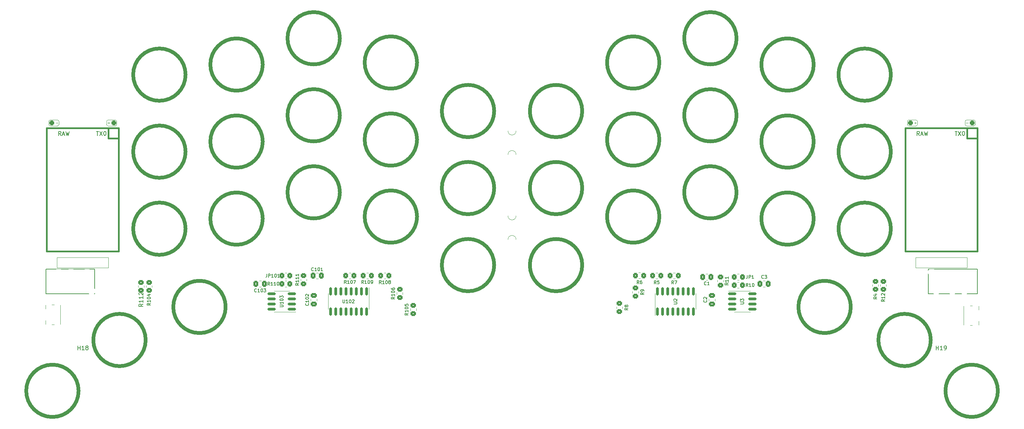
<source format=gto>
%TF.GenerationSoftware,KiCad,Pcbnew,7.0.7-2.fc38*%
%TF.CreationDate,2023-10-04T20:00:28+05:30*%
%TF.ProjectId,tako,74616b6f-2e6b-4696-9361-645f70636258,rev?*%
%TF.SameCoordinates,Original*%
%TF.FileFunction,Legend,Top*%
%TF.FilePolarity,Positive*%
%FSLAX46Y46*%
G04 Gerber Fmt 4.6, Leading zero omitted, Abs format (unit mm)*
G04 Created by KiCad (PCBNEW 7.0.7-2.fc38) date 2023-10-04 20:00:28*
%MOMM*%
%LPD*%
G01*
G04 APERTURE LIST*
G04 Aperture macros list*
%AMRoundRect*
0 Rectangle with rounded corners*
0 $1 Rounding radius*
0 $2 $3 $4 $5 $6 $7 $8 $9 X,Y pos of 4 corners*
0 Add a 4 corners polygon primitive as box body*
4,1,4,$2,$3,$4,$5,$6,$7,$8,$9,$2,$3,0*
0 Add four circle primitives for the rounded corners*
1,1,$1+$1,$2,$3*
1,1,$1+$1,$4,$5*
1,1,$1+$1,$6,$7*
1,1,$1+$1,$8,$9*
0 Add four rect primitives between the rounded corners*
20,1,$1+$1,$2,$3,$4,$5,0*
20,1,$1+$1,$4,$5,$6,$7,0*
20,1,$1+$1,$6,$7,$8,$9,0*
20,1,$1+$1,$8,$9,$2,$3,0*%
G04 Aperture macros list end*
%ADD10C,0.150000*%
%ADD11C,0.100000*%
%ADD12C,0.120000*%
%ADD13C,0.900000*%
%ADD14C,0.381000*%
%ADD15R,1.752600X1.752600*%
%ADD16C,1.752600*%
%ADD17RoundRect,0.312500X-0.312500X-0.312500X0.312500X-0.312500X0.312500X0.312500X-0.312500X0.312500X0*%
%ADD18C,3.400000*%
%ADD19RoundRect,0.250000X0.350000X0.450000X-0.350000X0.450000X-0.350000X-0.450000X0.350000X-0.450000X0*%
%ADD20RoundRect,0.250000X0.337500X0.475000X-0.337500X0.475000X-0.337500X-0.475000X0.337500X-0.475000X0*%
%ADD21RoundRect,0.250000X-0.450000X0.350000X-0.450000X-0.350000X0.450000X-0.350000X0.450000X0.350000X0*%
%ADD22RoundRect,0.250000X-0.350000X-0.450000X0.350000X-0.450000X0.350000X0.450000X-0.350000X0.450000X0*%
%ADD23C,0.750000*%
%ADD24R,1.000000X1.550000*%
%ADD25RoundRect,0.150000X0.825000X0.150000X-0.825000X0.150000X-0.825000X-0.150000X0.825000X-0.150000X0*%
%ADD26C,0.500000*%
%ADD27RoundRect,0.150000X-0.825000X-0.150000X0.825000X-0.150000X0.825000X0.150000X-0.825000X0.150000X0*%
%ADD28C,3.500000*%
%ADD29RoundRect,0.250000X0.450000X-0.350000X0.450000X0.350000X-0.450000X0.350000X-0.450000X-0.350000X0*%
%ADD30RoundRect,0.250000X0.475000X-0.337500X0.475000X0.337500X-0.475000X0.337500X-0.475000X-0.337500X0*%
%ADD31RoundRect,0.250000X-0.337500X-0.475000X0.337500X-0.475000X0.337500X0.475000X-0.337500X0.475000X0*%
%ADD32C,0.800000*%
%ADD33O,2.000000X1.600000*%
%ADD34RoundRect,0.150000X0.150000X-0.825000X0.150000X0.825000X-0.150000X0.825000X-0.150000X-0.825000X0*%
%ADD35RoundRect,0.312500X0.312500X0.312500X-0.312500X0.312500X-0.312500X-0.312500X0.312500X-0.312500X0*%
%ADD36RoundRect,0.150000X-0.150000X0.825000X-0.150000X-0.825000X0.150000X-0.825000X0.150000X0.825000X0*%
%ADD37C,0.900000*%
G04 APERTURE END LIST*
D10*
X91244801Y-95154431D02*
X91244801Y-95725859D01*
X91244801Y-95725859D02*
X91206706Y-95840145D01*
X91206706Y-95840145D02*
X91130515Y-95916336D01*
X91130515Y-95916336D02*
X91016230Y-95954431D01*
X91016230Y-95954431D02*
X90940039Y-95954431D01*
X91625754Y-95954431D02*
X91625754Y-95154431D01*
X91625754Y-95154431D02*
X91930516Y-95154431D01*
X91930516Y-95154431D02*
X92006706Y-95192526D01*
X92006706Y-95192526D02*
X92044801Y-95230621D01*
X92044801Y-95230621D02*
X92082897Y-95306812D01*
X92082897Y-95306812D02*
X92082897Y-95421097D01*
X92082897Y-95421097D02*
X92044801Y-95497288D01*
X92044801Y-95497288D02*
X92006706Y-95535383D01*
X92006706Y-95535383D02*
X91930516Y-95573478D01*
X91930516Y-95573478D02*
X91625754Y-95573478D01*
X92844801Y-95954431D02*
X92387658Y-95954431D01*
X92616230Y-95954431D02*
X92616230Y-95154431D01*
X92616230Y-95154431D02*
X92540039Y-95268716D01*
X92540039Y-95268716D02*
X92463849Y-95344907D01*
X92463849Y-95344907D02*
X92387658Y-95383002D01*
X93340040Y-95154431D02*
X93416230Y-95154431D01*
X93416230Y-95154431D02*
X93492421Y-95192526D01*
X93492421Y-95192526D02*
X93530516Y-95230621D01*
X93530516Y-95230621D02*
X93568611Y-95306812D01*
X93568611Y-95306812D02*
X93606706Y-95459193D01*
X93606706Y-95459193D02*
X93606706Y-95649669D01*
X93606706Y-95649669D02*
X93568611Y-95802050D01*
X93568611Y-95802050D02*
X93530516Y-95878240D01*
X93530516Y-95878240D02*
X93492421Y-95916336D01*
X93492421Y-95916336D02*
X93416230Y-95954431D01*
X93416230Y-95954431D02*
X93340040Y-95954431D01*
X93340040Y-95954431D02*
X93263849Y-95916336D01*
X93263849Y-95916336D02*
X93225754Y-95878240D01*
X93225754Y-95878240D02*
X93187659Y-95802050D01*
X93187659Y-95802050D02*
X93149563Y-95649669D01*
X93149563Y-95649669D02*
X93149563Y-95459193D01*
X93149563Y-95459193D02*
X93187659Y-95306812D01*
X93187659Y-95306812D02*
X93225754Y-95230621D01*
X93225754Y-95230621D02*
X93263849Y-95192526D01*
X93263849Y-95192526D02*
X93340040Y-95154431D01*
X94368611Y-95954431D02*
X93911468Y-95954431D01*
X94140040Y-95954431D02*
X94140040Y-95154431D01*
X94140040Y-95154431D02*
X94063849Y-95268716D01*
X94063849Y-95268716D02*
X93987659Y-95344907D01*
X93987659Y-95344907D02*
X93911468Y-95383002D01*
X213902503Y-96197594D02*
X213864407Y-96235690D01*
X213864407Y-96235690D02*
X213750122Y-96273785D01*
X213750122Y-96273785D02*
X213673931Y-96273785D01*
X213673931Y-96273785D02*
X213559645Y-96235690D01*
X213559645Y-96235690D02*
X213483455Y-96159499D01*
X213483455Y-96159499D02*
X213445360Y-96083309D01*
X213445360Y-96083309D02*
X213407264Y-95930928D01*
X213407264Y-95930928D02*
X213407264Y-95816642D01*
X213407264Y-95816642D02*
X213445360Y-95664261D01*
X213445360Y-95664261D02*
X213483455Y-95588070D01*
X213483455Y-95588070D02*
X213559645Y-95511880D01*
X213559645Y-95511880D02*
X213673931Y-95473785D01*
X213673931Y-95473785D02*
X213750122Y-95473785D01*
X213750122Y-95473785D02*
X213864407Y-95511880D01*
X213864407Y-95511880D02*
X213902503Y-95549975D01*
X214169169Y-95473785D02*
X214664407Y-95473785D01*
X214664407Y-95473785D02*
X214397741Y-95778547D01*
X214397741Y-95778547D02*
X214512026Y-95778547D01*
X214512026Y-95778547D02*
X214588217Y-95816642D01*
X214588217Y-95816642D02*
X214626312Y-95854737D01*
X214626312Y-95854737D02*
X214664407Y-95930928D01*
X214664407Y-95930928D02*
X214664407Y-96121404D01*
X214664407Y-96121404D02*
X214626312Y-96197594D01*
X214626312Y-96197594D02*
X214588217Y-96235690D01*
X214588217Y-96235690D02*
X214512026Y-96273785D01*
X214512026Y-96273785D02*
X214283455Y-96273785D01*
X214283455Y-96273785D02*
X214207264Y-96235690D01*
X214207264Y-96235690D02*
X214169169Y-96197594D01*
X243785665Y-101480342D02*
X243404712Y-101747009D01*
X243785665Y-101937485D02*
X242985665Y-101937485D01*
X242985665Y-101937485D02*
X242985665Y-101632723D01*
X242985665Y-101632723D02*
X243023760Y-101556533D01*
X243023760Y-101556533D02*
X243061855Y-101518438D01*
X243061855Y-101518438D02*
X243138046Y-101480342D01*
X243138046Y-101480342D02*
X243252331Y-101480342D01*
X243252331Y-101480342D02*
X243328522Y-101518438D01*
X243328522Y-101518438D02*
X243366617Y-101556533D01*
X243366617Y-101556533D02*
X243404712Y-101632723D01*
X243404712Y-101632723D02*
X243404712Y-101937485D01*
X243785665Y-100718438D02*
X243785665Y-101175581D01*
X243785665Y-100947009D02*
X242985665Y-100947009D01*
X242985665Y-100947009D02*
X243099950Y-101023200D01*
X243099950Y-101023200D02*
X243176141Y-101099390D01*
X243176141Y-101099390D02*
X243214236Y-101175581D01*
X243061855Y-100413676D02*
X243023760Y-100375580D01*
X243023760Y-100375580D02*
X242985665Y-100299390D01*
X242985665Y-100299390D02*
X242985665Y-100108914D01*
X242985665Y-100108914D02*
X243023760Y-100032723D01*
X243023760Y-100032723D02*
X243061855Y-99994628D01*
X243061855Y-99994628D02*
X243138046Y-99956533D01*
X243138046Y-99956533D02*
X243214236Y-99956533D01*
X243214236Y-99956533D02*
X243328522Y-99994628D01*
X243328522Y-99994628D02*
X243785665Y-100451771D01*
X243785665Y-100451771D02*
X243785665Y-99956533D01*
X110846167Y-97528353D02*
X110579500Y-97147400D01*
X110389024Y-97528353D02*
X110389024Y-96728353D01*
X110389024Y-96728353D02*
X110693786Y-96728353D01*
X110693786Y-96728353D02*
X110769976Y-96766448D01*
X110769976Y-96766448D02*
X110808071Y-96804543D01*
X110808071Y-96804543D02*
X110846167Y-96880734D01*
X110846167Y-96880734D02*
X110846167Y-96995019D01*
X110846167Y-96995019D02*
X110808071Y-97071210D01*
X110808071Y-97071210D02*
X110769976Y-97109305D01*
X110769976Y-97109305D02*
X110693786Y-97147400D01*
X110693786Y-97147400D02*
X110389024Y-97147400D01*
X111608071Y-97528353D02*
X111150928Y-97528353D01*
X111379500Y-97528353D02*
X111379500Y-96728353D01*
X111379500Y-96728353D02*
X111303309Y-96842638D01*
X111303309Y-96842638D02*
X111227119Y-96918829D01*
X111227119Y-96918829D02*
X111150928Y-96956924D01*
X112103310Y-96728353D02*
X112179500Y-96728353D01*
X112179500Y-96728353D02*
X112255691Y-96766448D01*
X112255691Y-96766448D02*
X112293786Y-96804543D01*
X112293786Y-96804543D02*
X112331881Y-96880734D01*
X112331881Y-96880734D02*
X112369976Y-97033115D01*
X112369976Y-97033115D02*
X112369976Y-97223591D01*
X112369976Y-97223591D02*
X112331881Y-97375972D01*
X112331881Y-97375972D02*
X112293786Y-97452162D01*
X112293786Y-97452162D02*
X112255691Y-97490258D01*
X112255691Y-97490258D02*
X112179500Y-97528353D01*
X112179500Y-97528353D02*
X112103310Y-97528353D01*
X112103310Y-97528353D02*
X112027119Y-97490258D01*
X112027119Y-97490258D02*
X111989024Y-97452162D01*
X111989024Y-97452162D02*
X111950929Y-97375972D01*
X111950929Y-97375972D02*
X111912833Y-97223591D01*
X111912833Y-97223591D02*
X111912833Y-97033115D01*
X111912833Y-97033115D02*
X111950929Y-96880734D01*
X111950929Y-96880734D02*
X111989024Y-96804543D01*
X111989024Y-96804543D02*
X112027119Y-96766448D01*
X112027119Y-96766448D02*
X112103310Y-96728353D01*
X112636643Y-96728353D02*
X113169977Y-96728353D01*
X113169977Y-96728353D02*
X112827119Y-97528353D01*
X94485666Y-103306275D02*
X95133285Y-103306275D01*
X95133285Y-103306275D02*
X95209475Y-103268180D01*
X95209475Y-103268180D02*
X95247571Y-103230085D01*
X95247571Y-103230085D02*
X95285666Y-103153894D01*
X95285666Y-103153894D02*
X95285666Y-103001513D01*
X95285666Y-103001513D02*
X95247571Y-102925323D01*
X95247571Y-102925323D02*
X95209475Y-102887228D01*
X95209475Y-102887228D02*
X95133285Y-102849132D01*
X95133285Y-102849132D02*
X94485666Y-102849132D01*
X95285666Y-102049133D02*
X95285666Y-102506276D01*
X95285666Y-102277704D02*
X94485666Y-102277704D01*
X94485666Y-102277704D02*
X94599951Y-102353895D01*
X94599951Y-102353895D02*
X94676142Y-102430085D01*
X94676142Y-102430085D02*
X94714237Y-102506276D01*
X94485666Y-101553894D02*
X94485666Y-101477704D01*
X94485666Y-101477704D02*
X94523761Y-101401513D01*
X94523761Y-101401513D02*
X94561856Y-101363418D01*
X94561856Y-101363418D02*
X94638047Y-101325323D01*
X94638047Y-101325323D02*
X94790428Y-101287228D01*
X94790428Y-101287228D02*
X94980904Y-101287228D01*
X94980904Y-101287228D02*
X95133285Y-101325323D01*
X95133285Y-101325323D02*
X95209475Y-101363418D01*
X95209475Y-101363418D02*
X95247571Y-101401513D01*
X95247571Y-101401513D02*
X95285666Y-101477704D01*
X95285666Y-101477704D02*
X95285666Y-101553894D01*
X95285666Y-101553894D02*
X95247571Y-101630085D01*
X95247571Y-101630085D02*
X95209475Y-101668180D01*
X95209475Y-101668180D02*
X95133285Y-101706275D01*
X95133285Y-101706275D02*
X94980904Y-101744371D01*
X94980904Y-101744371D02*
X94790428Y-101744371D01*
X94790428Y-101744371D02*
X94638047Y-101706275D01*
X94638047Y-101706275D02*
X94561856Y-101668180D01*
X94561856Y-101668180D02*
X94523761Y-101630085D01*
X94523761Y-101630085D02*
X94485666Y-101553894D01*
X94485666Y-101020561D02*
X94485666Y-100525323D01*
X94485666Y-100525323D02*
X94790428Y-100791989D01*
X94790428Y-100791989D02*
X94790428Y-100677704D01*
X94790428Y-100677704D02*
X94828523Y-100601513D01*
X94828523Y-100601513D02*
X94866618Y-100563418D01*
X94866618Y-100563418D02*
X94942809Y-100525323D01*
X94942809Y-100525323D02*
X95133285Y-100525323D01*
X95133285Y-100525323D02*
X95209475Y-100563418D01*
X95209475Y-100563418D02*
X95247571Y-100601513D01*
X95247571Y-100601513D02*
X95285666Y-100677704D01*
X95285666Y-100677704D02*
X95285666Y-100906275D01*
X95285666Y-100906275D02*
X95247571Y-100982466D01*
X95247571Y-100982466D02*
X95209475Y-101020561D01*
X44591895Y-113925912D02*
X44591895Y-112925912D01*
X44591895Y-113402102D02*
X45163323Y-113402102D01*
X45163323Y-113925912D02*
X45163323Y-112925912D01*
X46163323Y-113925912D02*
X45591895Y-113925912D01*
X45877609Y-113925912D02*
X45877609Y-112925912D01*
X45877609Y-112925912D02*
X45782371Y-113068769D01*
X45782371Y-113068769D02*
X45687133Y-113164007D01*
X45687133Y-113164007D02*
X45591895Y-113211626D01*
X46734752Y-113354483D02*
X46639514Y-113306864D01*
X46639514Y-113306864D02*
X46591895Y-113259245D01*
X46591895Y-113259245D02*
X46544276Y-113164007D01*
X46544276Y-113164007D02*
X46544276Y-113116388D01*
X46544276Y-113116388D02*
X46591895Y-113021150D01*
X46591895Y-113021150D02*
X46639514Y-112973531D01*
X46639514Y-112973531D02*
X46734752Y-112925912D01*
X46734752Y-112925912D02*
X46925228Y-112925912D01*
X46925228Y-112925912D02*
X47020466Y-112973531D01*
X47020466Y-112973531D02*
X47068085Y-113021150D01*
X47068085Y-113021150D02*
X47115704Y-113116388D01*
X47115704Y-113116388D02*
X47115704Y-113164007D01*
X47115704Y-113164007D02*
X47068085Y-113259245D01*
X47068085Y-113259245D02*
X47020466Y-113306864D01*
X47020466Y-113306864D02*
X46925228Y-113354483D01*
X46925228Y-113354483D02*
X46734752Y-113354483D01*
X46734752Y-113354483D02*
X46639514Y-113402102D01*
X46639514Y-113402102D02*
X46591895Y-113449721D01*
X46591895Y-113449721D02*
X46544276Y-113544959D01*
X46544276Y-113544959D02*
X46544276Y-113735435D01*
X46544276Y-113735435D02*
X46591895Y-113830673D01*
X46591895Y-113830673D02*
X46639514Y-113878293D01*
X46639514Y-113878293D02*
X46734752Y-113925912D01*
X46734752Y-113925912D02*
X46925228Y-113925912D01*
X46925228Y-113925912D02*
X47020466Y-113878293D01*
X47020466Y-113878293D02*
X47068085Y-113830673D01*
X47068085Y-113830673D02*
X47115704Y-113735435D01*
X47115704Y-113735435D02*
X47115704Y-113544959D01*
X47115704Y-113544959D02*
X47068085Y-113449721D01*
X47068085Y-113449721D02*
X47020466Y-113402102D01*
X47020466Y-113402102D02*
X46925228Y-113354483D01*
X115102500Y-97528353D02*
X114835833Y-97147400D01*
X114645357Y-97528353D02*
X114645357Y-96728353D01*
X114645357Y-96728353D02*
X114950119Y-96728353D01*
X114950119Y-96728353D02*
X115026309Y-96766448D01*
X115026309Y-96766448D02*
X115064404Y-96804543D01*
X115064404Y-96804543D02*
X115102500Y-96880734D01*
X115102500Y-96880734D02*
X115102500Y-96995019D01*
X115102500Y-96995019D02*
X115064404Y-97071210D01*
X115064404Y-97071210D02*
X115026309Y-97109305D01*
X115026309Y-97109305D02*
X114950119Y-97147400D01*
X114950119Y-97147400D02*
X114645357Y-97147400D01*
X115864404Y-97528353D02*
X115407261Y-97528353D01*
X115635833Y-97528353D02*
X115635833Y-96728353D01*
X115635833Y-96728353D02*
X115559642Y-96842638D01*
X115559642Y-96842638D02*
X115483452Y-96918829D01*
X115483452Y-96918829D02*
X115407261Y-96956924D01*
X116359643Y-96728353D02*
X116435833Y-96728353D01*
X116435833Y-96728353D02*
X116512024Y-96766448D01*
X116512024Y-96766448D02*
X116550119Y-96804543D01*
X116550119Y-96804543D02*
X116588214Y-96880734D01*
X116588214Y-96880734D02*
X116626309Y-97033115D01*
X116626309Y-97033115D02*
X116626309Y-97223591D01*
X116626309Y-97223591D02*
X116588214Y-97375972D01*
X116588214Y-97375972D02*
X116550119Y-97452162D01*
X116550119Y-97452162D02*
X116512024Y-97490258D01*
X116512024Y-97490258D02*
X116435833Y-97528353D01*
X116435833Y-97528353D02*
X116359643Y-97528353D01*
X116359643Y-97528353D02*
X116283452Y-97490258D01*
X116283452Y-97490258D02*
X116245357Y-97452162D01*
X116245357Y-97452162D02*
X116207262Y-97375972D01*
X116207262Y-97375972D02*
X116169166Y-97223591D01*
X116169166Y-97223591D02*
X116169166Y-97033115D01*
X116169166Y-97033115D02*
X116207262Y-96880734D01*
X116207262Y-96880734D02*
X116245357Y-96804543D01*
X116245357Y-96804543D02*
X116283452Y-96766448D01*
X116283452Y-96766448D02*
X116359643Y-96728353D01*
X117007262Y-97528353D02*
X117159643Y-97528353D01*
X117159643Y-97528353D02*
X117235833Y-97490258D01*
X117235833Y-97490258D02*
X117273929Y-97452162D01*
X117273929Y-97452162D02*
X117350119Y-97337877D01*
X117350119Y-97337877D02*
X117388214Y-97185496D01*
X117388214Y-97185496D02*
X117388214Y-96880734D01*
X117388214Y-96880734D02*
X117350119Y-96804543D01*
X117350119Y-96804543D02*
X117312024Y-96766448D01*
X117312024Y-96766448D02*
X117235833Y-96728353D01*
X117235833Y-96728353D02*
X117083452Y-96728353D01*
X117083452Y-96728353D02*
X117007262Y-96766448D01*
X117007262Y-96766448D02*
X116969167Y-96804543D01*
X116969167Y-96804543D02*
X116931071Y-96880734D01*
X116931071Y-96880734D02*
X116931071Y-97071210D01*
X116931071Y-97071210D02*
X116969167Y-97147400D01*
X116969167Y-97147400D02*
X117007262Y-97185496D01*
X117007262Y-97185496D02*
X117083452Y-97223591D01*
X117083452Y-97223591D02*
X117235833Y-97223591D01*
X117235833Y-97223591D02*
X117312024Y-97185496D01*
X117312024Y-97185496D02*
X117350119Y-97147400D01*
X117350119Y-97147400D02*
X117388214Y-97071210D01*
X191671153Y-97604428D02*
X191404486Y-97223475D01*
X191214010Y-97604428D02*
X191214010Y-96804428D01*
X191214010Y-96804428D02*
X191518772Y-96804428D01*
X191518772Y-96804428D02*
X191594962Y-96842523D01*
X191594962Y-96842523D02*
X191633057Y-96880618D01*
X191633057Y-96880618D02*
X191671153Y-96956809D01*
X191671153Y-96956809D02*
X191671153Y-97071094D01*
X191671153Y-97071094D02*
X191633057Y-97147285D01*
X191633057Y-97147285D02*
X191594962Y-97185380D01*
X191594962Y-97185380D02*
X191518772Y-97223475D01*
X191518772Y-97223475D02*
X191214010Y-97223475D01*
X191937819Y-96804428D02*
X192471153Y-96804428D01*
X192471153Y-96804428D02*
X192128295Y-97604428D01*
X208184809Y-102548946D02*
X208832428Y-102548946D01*
X208832428Y-102548946D02*
X208908618Y-102510851D01*
X208908618Y-102510851D02*
X208946714Y-102472756D01*
X208946714Y-102472756D02*
X208984809Y-102396565D01*
X208984809Y-102396565D02*
X208984809Y-102244184D01*
X208984809Y-102244184D02*
X208946714Y-102167994D01*
X208946714Y-102167994D02*
X208908618Y-102129899D01*
X208908618Y-102129899D02*
X208832428Y-102091803D01*
X208832428Y-102091803D02*
X208184809Y-102091803D01*
X208184809Y-101787042D02*
X208184809Y-101291804D01*
X208184809Y-101291804D02*
X208489571Y-101558470D01*
X208489571Y-101558470D02*
X208489571Y-101444185D01*
X208489571Y-101444185D02*
X208527666Y-101367994D01*
X208527666Y-101367994D02*
X208565761Y-101329899D01*
X208565761Y-101329899D02*
X208641952Y-101291804D01*
X208641952Y-101291804D02*
X208832428Y-101291804D01*
X208832428Y-101291804D02*
X208908618Y-101329899D01*
X208908618Y-101329899D02*
X208946714Y-101367994D01*
X208946714Y-101367994D02*
X208984809Y-101444185D01*
X208984809Y-101444185D02*
X208984809Y-101672756D01*
X208984809Y-101672756D02*
X208946714Y-101748947D01*
X208946714Y-101748947D02*
X208908618Y-101787042D01*
X126123191Y-104852816D02*
X125742238Y-105119483D01*
X126123191Y-105309959D02*
X125323191Y-105309959D01*
X125323191Y-105309959D02*
X125323191Y-105005197D01*
X125323191Y-105005197D02*
X125361286Y-104929007D01*
X125361286Y-104929007D02*
X125399381Y-104890912D01*
X125399381Y-104890912D02*
X125475572Y-104852816D01*
X125475572Y-104852816D02*
X125589857Y-104852816D01*
X125589857Y-104852816D02*
X125666048Y-104890912D01*
X125666048Y-104890912D02*
X125704143Y-104929007D01*
X125704143Y-104929007D02*
X125742238Y-105005197D01*
X125742238Y-105005197D02*
X125742238Y-105309959D01*
X126123191Y-104090912D02*
X126123191Y-104548055D01*
X126123191Y-104319483D02*
X125323191Y-104319483D01*
X125323191Y-104319483D02*
X125437476Y-104395674D01*
X125437476Y-104395674D02*
X125513667Y-104471864D01*
X125513667Y-104471864D02*
X125551762Y-104548055D01*
X125323191Y-103595673D02*
X125323191Y-103519483D01*
X125323191Y-103519483D02*
X125361286Y-103443292D01*
X125361286Y-103443292D02*
X125399381Y-103405197D01*
X125399381Y-103405197D02*
X125475572Y-103367102D01*
X125475572Y-103367102D02*
X125627953Y-103329007D01*
X125627953Y-103329007D02*
X125818429Y-103329007D01*
X125818429Y-103329007D02*
X125970810Y-103367102D01*
X125970810Y-103367102D02*
X126047000Y-103405197D01*
X126047000Y-103405197D02*
X126085096Y-103443292D01*
X126085096Y-103443292D02*
X126123191Y-103519483D01*
X126123191Y-103519483D02*
X126123191Y-103595673D01*
X126123191Y-103595673D02*
X126085096Y-103671864D01*
X126085096Y-103671864D02*
X126047000Y-103709959D01*
X126047000Y-103709959D02*
X125970810Y-103748054D01*
X125970810Y-103748054D02*
X125818429Y-103786150D01*
X125818429Y-103786150D02*
X125627953Y-103786150D01*
X125627953Y-103786150D02*
X125475572Y-103748054D01*
X125475572Y-103748054D02*
X125399381Y-103709959D01*
X125399381Y-103709959D02*
X125361286Y-103671864D01*
X125361286Y-103671864D02*
X125323191Y-103595673D01*
X125323191Y-102605197D02*
X125323191Y-102986149D01*
X125323191Y-102986149D02*
X125704143Y-103024245D01*
X125704143Y-103024245D02*
X125666048Y-102986149D01*
X125666048Y-102986149D02*
X125627953Y-102909959D01*
X125627953Y-102909959D02*
X125627953Y-102719483D01*
X125627953Y-102719483D02*
X125666048Y-102643292D01*
X125666048Y-102643292D02*
X125704143Y-102605197D01*
X125704143Y-102605197D02*
X125780334Y-102567102D01*
X125780334Y-102567102D02*
X125970810Y-102567102D01*
X125970810Y-102567102D02*
X126047000Y-102605197D01*
X126047000Y-102605197D02*
X126085096Y-102643292D01*
X126085096Y-102643292D02*
X126123191Y-102719483D01*
X126123191Y-102719483D02*
X126123191Y-102909959D01*
X126123191Y-102909959D02*
X126085096Y-102986149D01*
X126085096Y-102986149D02*
X126047000Y-103024245D01*
X91942893Y-97954431D02*
X91676226Y-97573478D01*
X91485750Y-97954431D02*
X91485750Y-97154431D01*
X91485750Y-97154431D02*
X91790512Y-97154431D01*
X91790512Y-97154431D02*
X91866702Y-97192526D01*
X91866702Y-97192526D02*
X91904797Y-97230621D01*
X91904797Y-97230621D02*
X91942893Y-97306812D01*
X91942893Y-97306812D02*
X91942893Y-97421097D01*
X91942893Y-97421097D02*
X91904797Y-97497288D01*
X91904797Y-97497288D02*
X91866702Y-97535383D01*
X91866702Y-97535383D02*
X91790512Y-97573478D01*
X91790512Y-97573478D02*
X91485750Y-97573478D01*
X92704797Y-97954431D02*
X92247654Y-97954431D01*
X92476226Y-97954431D02*
X92476226Y-97154431D01*
X92476226Y-97154431D02*
X92400035Y-97268716D01*
X92400035Y-97268716D02*
X92323845Y-97344907D01*
X92323845Y-97344907D02*
X92247654Y-97383002D01*
X93466702Y-97954431D02*
X93009559Y-97954431D01*
X93238131Y-97954431D02*
X93238131Y-97154431D01*
X93238131Y-97154431D02*
X93161940Y-97268716D01*
X93161940Y-97268716D02*
X93085750Y-97344907D01*
X93085750Y-97344907D02*
X93009559Y-97383002D01*
X93961941Y-97154431D02*
X94038131Y-97154431D01*
X94038131Y-97154431D02*
X94114322Y-97192526D01*
X94114322Y-97192526D02*
X94152417Y-97230621D01*
X94152417Y-97230621D02*
X94190512Y-97306812D01*
X94190512Y-97306812D02*
X94228607Y-97459193D01*
X94228607Y-97459193D02*
X94228607Y-97649669D01*
X94228607Y-97649669D02*
X94190512Y-97802050D01*
X94190512Y-97802050D02*
X94152417Y-97878240D01*
X94152417Y-97878240D02*
X94114322Y-97916336D01*
X94114322Y-97916336D02*
X94038131Y-97954431D01*
X94038131Y-97954431D02*
X93961941Y-97954431D01*
X93961941Y-97954431D02*
X93885750Y-97916336D01*
X93885750Y-97916336D02*
X93847655Y-97878240D01*
X93847655Y-97878240D02*
X93809560Y-97802050D01*
X93809560Y-97802050D02*
X93771464Y-97649669D01*
X93771464Y-97649669D02*
X93771464Y-97459193D01*
X93771464Y-97459193D02*
X93809560Y-97306812D01*
X93809560Y-97306812D02*
X93847655Y-97230621D01*
X93847655Y-97230621D02*
X93885750Y-97192526D01*
X93885750Y-97192526D02*
X93961941Y-97154431D01*
X101509475Y-102437371D02*
X101547571Y-102475467D01*
X101547571Y-102475467D02*
X101585666Y-102589752D01*
X101585666Y-102589752D02*
X101585666Y-102665943D01*
X101585666Y-102665943D02*
X101547571Y-102780229D01*
X101547571Y-102780229D02*
X101471380Y-102856419D01*
X101471380Y-102856419D02*
X101395190Y-102894514D01*
X101395190Y-102894514D02*
X101242809Y-102932610D01*
X101242809Y-102932610D02*
X101128523Y-102932610D01*
X101128523Y-102932610D02*
X100976142Y-102894514D01*
X100976142Y-102894514D02*
X100899951Y-102856419D01*
X100899951Y-102856419D02*
X100823761Y-102780229D01*
X100823761Y-102780229D02*
X100785666Y-102665943D01*
X100785666Y-102665943D02*
X100785666Y-102589752D01*
X100785666Y-102589752D02*
X100823761Y-102475467D01*
X100823761Y-102475467D02*
X100861856Y-102437371D01*
X101585666Y-101675467D02*
X101585666Y-102132610D01*
X101585666Y-101904038D02*
X100785666Y-101904038D01*
X100785666Y-101904038D02*
X100899951Y-101980229D01*
X100899951Y-101980229D02*
X100976142Y-102056419D01*
X100976142Y-102056419D02*
X101014237Y-102132610D01*
X100785666Y-101180228D02*
X100785666Y-101104038D01*
X100785666Y-101104038D02*
X100823761Y-101027847D01*
X100823761Y-101027847D02*
X100861856Y-100989752D01*
X100861856Y-100989752D02*
X100938047Y-100951657D01*
X100938047Y-100951657D02*
X101090428Y-100913562D01*
X101090428Y-100913562D02*
X101280904Y-100913562D01*
X101280904Y-100913562D02*
X101433285Y-100951657D01*
X101433285Y-100951657D02*
X101509475Y-100989752D01*
X101509475Y-100989752D02*
X101547571Y-101027847D01*
X101547571Y-101027847D02*
X101585666Y-101104038D01*
X101585666Y-101104038D02*
X101585666Y-101180228D01*
X101585666Y-101180228D02*
X101547571Y-101256419D01*
X101547571Y-101256419D02*
X101509475Y-101294514D01*
X101509475Y-101294514D02*
X101433285Y-101332609D01*
X101433285Y-101332609D02*
X101280904Y-101370705D01*
X101280904Y-101370705D02*
X101090428Y-101370705D01*
X101090428Y-101370705D02*
X100938047Y-101332609D01*
X100938047Y-101332609D02*
X100861856Y-101294514D01*
X100861856Y-101294514D02*
X100823761Y-101256419D01*
X100823761Y-101256419D02*
X100785666Y-101180228D01*
X100861856Y-100608800D02*
X100823761Y-100570704D01*
X100823761Y-100570704D02*
X100785666Y-100494514D01*
X100785666Y-100494514D02*
X100785666Y-100304038D01*
X100785666Y-100304038D02*
X100823761Y-100227847D01*
X100823761Y-100227847D02*
X100861856Y-100189752D01*
X100861856Y-100189752D02*
X100938047Y-100151657D01*
X100938047Y-100151657D02*
X101014237Y-100151657D01*
X101014237Y-100151657D02*
X101128523Y-100189752D01*
X101128523Y-100189752D02*
X101585666Y-100646895D01*
X101585666Y-100646895D02*
X101585666Y-100151657D01*
X199726681Y-97787562D02*
X199688585Y-97825658D01*
X199688585Y-97825658D02*
X199574300Y-97863753D01*
X199574300Y-97863753D02*
X199498109Y-97863753D01*
X199498109Y-97863753D02*
X199383823Y-97825658D01*
X199383823Y-97825658D02*
X199307633Y-97749467D01*
X199307633Y-97749467D02*
X199269538Y-97673277D01*
X199269538Y-97673277D02*
X199231442Y-97520896D01*
X199231442Y-97520896D02*
X199231442Y-97406610D01*
X199231442Y-97406610D02*
X199269538Y-97254229D01*
X199269538Y-97254229D02*
X199307633Y-97178038D01*
X199307633Y-97178038D02*
X199383823Y-97101848D01*
X199383823Y-97101848D02*
X199498109Y-97063753D01*
X199498109Y-97063753D02*
X199574300Y-97063753D01*
X199574300Y-97063753D02*
X199688585Y-97101848D01*
X199688585Y-97101848D02*
X199726681Y-97139943D01*
X200488585Y-97863753D02*
X200031442Y-97863753D01*
X200260014Y-97863753D02*
X200260014Y-97063753D01*
X200260014Y-97063753D02*
X200183823Y-97178038D01*
X200183823Y-97178038D02*
X200107633Y-97254229D01*
X200107633Y-97254229D02*
X200031442Y-97292324D01*
X119478040Y-97577995D02*
X119211373Y-97197042D01*
X119020897Y-97577995D02*
X119020897Y-96777995D01*
X119020897Y-96777995D02*
X119325659Y-96777995D01*
X119325659Y-96777995D02*
X119401849Y-96816090D01*
X119401849Y-96816090D02*
X119439944Y-96854185D01*
X119439944Y-96854185D02*
X119478040Y-96930376D01*
X119478040Y-96930376D02*
X119478040Y-97044661D01*
X119478040Y-97044661D02*
X119439944Y-97120852D01*
X119439944Y-97120852D02*
X119401849Y-97158947D01*
X119401849Y-97158947D02*
X119325659Y-97197042D01*
X119325659Y-97197042D02*
X119020897Y-97197042D01*
X120239944Y-97577995D02*
X119782801Y-97577995D01*
X120011373Y-97577995D02*
X120011373Y-96777995D01*
X120011373Y-96777995D02*
X119935182Y-96892280D01*
X119935182Y-96892280D02*
X119858992Y-96968471D01*
X119858992Y-96968471D02*
X119782801Y-97006566D01*
X120735183Y-96777995D02*
X120811373Y-96777995D01*
X120811373Y-96777995D02*
X120887564Y-96816090D01*
X120887564Y-96816090D02*
X120925659Y-96854185D01*
X120925659Y-96854185D02*
X120963754Y-96930376D01*
X120963754Y-96930376D02*
X121001849Y-97082757D01*
X121001849Y-97082757D02*
X121001849Y-97273233D01*
X121001849Y-97273233D02*
X120963754Y-97425614D01*
X120963754Y-97425614D02*
X120925659Y-97501804D01*
X120925659Y-97501804D02*
X120887564Y-97539900D01*
X120887564Y-97539900D02*
X120811373Y-97577995D01*
X120811373Y-97577995D02*
X120735183Y-97577995D01*
X120735183Y-97577995D02*
X120658992Y-97539900D01*
X120658992Y-97539900D02*
X120620897Y-97501804D01*
X120620897Y-97501804D02*
X120582802Y-97425614D01*
X120582802Y-97425614D02*
X120544706Y-97273233D01*
X120544706Y-97273233D02*
X120544706Y-97082757D01*
X120544706Y-97082757D02*
X120582802Y-96930376D01*
X120582802Y-96930376D02*
X120620897Y-96854185D01*
X120620897Y-96854185D02*
X120658992Y-96816090D01*
X120658992Y-96816090D02*
X120735183Y-96777995D01*
X121458992Y-97120852D02*
X121382802Y-97082757D01*
X121382802Y-97082757D02*
X121344707Y-97044661D01*
X121344707Y-97044661D02*
X121306611Y-96968471D01*
X121306611Y-96968471D02*
X121306611Y-96930376D01*
X121306611Y-96930376D02*
X121344707Y-96854185D01*
X121344707Y-96854185D02*
X121382802Y-96816090D01*
X121382802Y-96816090D02*
X121458992Y-96777995D01*
X121458992Y-96777995D02*
X121611373Y-96777995D01*
X121611373Y-96777995D02*
X121687564Y-96816090D01*
X121687564Y-96816090D02*
X121725659Y-96854185D01*
X121725659Y-96854185D02*
X121763754Y-96930376D01*
X121763754Y-96930376D02*
X121763754Y-96968471D01*
X121763754Y-96968471D02*
X121725659Y-97044661D01*
X121725659Y-97044661D02*
X121687564Y-97082757D01*
X121687564Y-97082757D02*
X121611373Y-97120852D01*
X121611373Y-97120852D02*
X121458992Y-97120852D01*
X121458992Y-97120852D02*
X121382802Y-97158947D01*
X121382802Y-97158947D02*
X121344707Y-97197042D01*
X121344707Y-97197042D02*
X121306611Y-97273233D01*
X121306611Y-97273233D02*
X121306611Y-97425614D01*
X121306611Y-97425614D02*
X121344707Y-97501804D01*
X121344707Y-97501804D02*
X121382802Y-97539900D01*
X121382802Y-97539900D02*
X121458992Y-97577995D01*
X121458992Y-97577995D02*
X121611373Y-97577995D01*
X121611373Y-97577995D02*
X121687564Y-97539900D01*
X121687564Y-97539900D02*
X121725659Y-97501804D01*
X121725659Y-97501804D02*
X121763754Y-97425614D01*
X121763754Y-97425614D02*
X121763754Y-97273233D01*
X121763754Y-97273233D02*
X121725659Y-97197042D01*
X121725659Y-97197042D02*
X121687564Y-97158947D01*
X121687564Y-97158947D02*
X121611373Y-97120852D01*
X184355402Y-99782322D02*
X183974449Y-100048989D01*
X184355402Y-100239465D02*
X183555402Y-100239465D01*
X183555402Y-100239465D02*
X183555402Y-99934703D01*
X183555402Y-99934703D02*
X183593497Y-99858513D01*
X183593497Y-99858513D02*
X183631592Y-99820418D01*
X183631592Y-99820418D02*
X183707783Y-99782322D01*
X183707783Y-99782322D02*
X183822068Y-99782322D01*
X183822068Y-99782322D02*
X183898259Y-99820418D01*
X183898259Y-99820418D02*
X183936354Y-99858513D01*
X183936354Y-99858513D02*
X183974449Y-99934703D01*
X183974449Y-99934703D02*
X183974449Y-100239465D01*
X184355402Y-99401370D02*
X184355402Y-99248989D01*
X184355402Y-99248989D02*
X184317307Y-99172799D01*
X184317307Y-99172799D02*
X184279211Y-99134703D01*
X184279211Y-99134703D02*
X184164926Y-99058513D01*
X184164926Y-99058513D02*
X184012545Y-99020418D01*
X184012545Y-99020418D02*
X183707783Y-99020418D01*
X183707783Y-99020418D02*
X183631592Y-99058513D01*
X183631592Y-99058513D02*
X183593497Y-99096608D01*
X183593497Y-99096608D02*
X183555402Y-99172799D01*
X183555402Y-99172799D02*
X183555402Y-99325180D01*
X183555402Y-99325180D02*
X183593497Y-99401370D01*
X183593497Y-99401370D02*
X183631592Y-99439465D01*
X183631592Y-99439465D02*
X183707783Y-99477561D01*
X183707783Y-99477561D02*
X183898259Y-99477561D01*
X183898259Y-99477561D02*
X183974449Y-99439465D01*
X183974449Y-99439465D02*
X184012545Y-99401370D01*
X184012545Y-99401370D02*
X184050640Y-99325180D01*
X184050640Y-99325180D02*
X184050640Y-99172799D01*
X184050640Y-99172799D02*
X184012545Y-99096608D01*
X184012545Y-99096608D02*
X183974449Y-99058513D01*
X183974449Y-99058513D02*
X183898259Y-99020418D01*
X183105214Y-97554787D02*
X182838547Y-97173834D01*
X182648071Y-97554787D02*
X182648071Y-96754787D01*
X182648071Y-96754787D02*
X182952833Y-96754787D01*
X182952833Y-96754787D02*
X183029023Y-96792882D01*
X183029023Y-96792882D02*
X183067118Y-96830977D01*
X183067118Y-96830977D02*
X183105214Y-96907168D01*
X183105214Y-96907168D02*
X183105214Y-97021453D01*
X183105214Y-97021453D02*
X183067118Y-97097644D01*
X183067118Y-97097644D02*
X183029023Y-97135739D01*
X183029023Y-97135739D02*
X182952833Y-97173834D01*
X182952833Y-97173834D02*
X182648071Y-97173834D01*
X183790928Y-96754787D02*
X183638547Y-96754787D01*
X183638547Y-96754787D02*
X183562356Y-96792882D01*
X183562356Y-96792882D02*
X183524261Y-96830977D01*
X183524261Y-96830977D02*
X183448071Y-96945263D01*
X183448071Y-96945263D02*
X183409975Y-97097644D01*
X183409975Y-97097644D02*
X183409975Y-97402406D01*
X183409975Y-97402406D02*
X183448071Y-97478596D01*
X183448071Y-97478596D02*
X183486166Y-97516692D01*
X183486166Y-97516692D02*
X183562356Y-97554787D01*
X183562356Y-97554787D02*
X183714737Y-97554787D01*
X183714737Y-97554787D02*
X183790928Y-97516692D01*
X183790928Y-97516692D02*
X183829023Y-97478596D01*
X183829023Y-97478596D02*
X183867118Y-97402406D01*
X183867118Y-97402406D02*
X183867118Y-97211930D01*
X183867118Y-97211930D02*
X183829023Y-97135739D01*
X183829023Y-97135739D02*
X183790928Y-97097644D01*
X183790928Y-97097644D02*
X183714737Y-97059549D01*
X183714737Y-97059549D02*
X183562356Y-97059549D01*
X183562356Y-97059549D02*
X183486166Y-97097644D01*
X183486166Y-97097644D02*
X183448071Y-97135739D01*
X183448071Y-97135739D02*
X183409975Y-97211930D01*
X199809477Y-101634790D02*
X199847573Y-101672886D01*
X199847573Y-101672886D02*
X199885668Y-101787171D01*
X199885668Y-101787171D02*
X199885668Y-101863362D01*
X199885668Y-101863362D02*
X199847573Y-101977648D01*
X199847573Y-101977648D02*
X199771382Y-102053838D01*
X199771382Y-102053838D02*
X199695192Y-102091933D01*
X199695192Y-102091933D02*
X199542811Y-102130029D01*
X199542811Y-102130029D02*
X199428525Y-102130029D01*
X199428525Y-102130029D02*
X199276144Y-102091933D01*
X199276144Y-102091933D02*
X199199953Y-102053838D01*
X199199953Y-102053838D02*
X199123763Y-101977648D01*
X199123763Y-101977648D02*
X199085668Y-101863362D01*
X199085668Y-101863362D02*
X199085668Y-101787171D01*
X199085668Y-101787171D02*
X199123763Y-101672886D01*
X199123763Y-101672886D02*
X199161858Y-101634790D01*
X199161858Y-101330029D02*
X199123763Y-101291933D01*
X199123763Y-101291933D02*
X199085668Y-101215743D01*
X199085668Y-101215743D02*
X199085668Y-101025267D01*
X199085668Y-101025267D02*
X199123763Y-100949076D01*
X199123763Y-100949076D02*
X199161858Y-100910981D01*
X199161858Y-100910981D02*
X199238049Y-100872886D01*
X199238049Y-100872886D02*
X199314239Y-100872886D01*
X199314239Y-100872886D02*
X199428525Y-100910981D01*
X199428525Y-100910981D02*
X199885668Y-101368124D01*
X199885668Y-101368124D02*
X199885668Y-100872886D01*
X187355215Y-97604431D02*
X187088548Y-97223478D01*
X186898072Y-97604431D02*
X186898072Y-96804431D01*
X186898072Y-96804431D02*
X187202834Y-96804431D01*
X187202834Y-96804431D02*
X187279024Y-96842526D01*
X187279024Y-96842526D02*
X187317119Y-96880621D01*
X187317119Y-96880621D02*
X187355215Y-96956812D01*
X187355215Y-96956812D02*
X187355215Y-97071097D01*
X187355215Y-97071097D02*
X187317119Y-97147288D01*
X187317119Y-97147288D02*
X187279024Y-97185383D01*
X187279024Y-97185383D02*
X187202834Y-97223478D01*
X187202834Y-97223478D02*
X186898072Y-97223478D01*
X188079024Y-96804431D02*
X187698072Y-96804431D01*
X187698072Y-96804431D02*
X187659976Y-97185383D01*
X187659976Y-97185383D02*
X187698072Y-97147288D01*
X187698072Y-97147288D02*
X187774262Y-97109193D01*
X187774262Y-97109193D02*
X187964738Y-97109193D01*
X187964738Y-97109193D02*
X188040929Y-97147288D01*
X188040929Y-97147288D02*
X188079024Y-97185383D01*
X188079024Y-97185383D02*
X188117119Y-97261574D01*
X188117119Y-97261574D02*
X188117119Y-97452050D01*
X188117119Y-97452050D02*
X188079024Y-97528240D01*
X188079024Y-97528240D02*
X188040929Y-97566336D01*
X188040929Y-97566336D02*
X187964738Y-97604431D01*
X187964738Y-97604431D02*
X187774262Y-97604431D01*
X187774262Y-97604431D02*
X187698072Y-97566336D01*
X187698072Y-97566336D02*
X187659976Y-97528240D01*
X210009086Y-98268141D02*
X209742419Y-97887188D01*
X209551943Y-98268141D02*
X209551943Y-97468141D01*
X209551943Y-97468141D02*
X209856705Y-97468141D01*
X209856705Y-97468141D02*
X209932895Y-97506236D01*
X209932895Y-97506236D02*
X209970990Y-97544331D01*
X209970990Y-97544331D02*
X210009086Y-97620522D01*
X210009086Y-97620522D02*
X210009086Y-97734807D01*
X210009086Y-97734807D02*
X209970990Y-97810998D01*
X209970990Y-97810998D02*
X209932895Y-97849093D01*
X209932895Y-97849093D02*
X209856705Y-97887188D01*
X209856705Y-97887188D02*
X209551943Y-97887188D01*
X210770990Y-98268141D02*
X210313847Y-98268141D01*
X210542419Y-98268141D02*
X210542419Y-97468141D01*
X210542419Y-97468141D02*
X210466228Y-97582426D01*
X210466228Y-97582426D02*
X210390038Y-97658617D01*
X210390038Y-97658617D02*
X210313847Y-97696712D01*
X211266229Y-97468141D02*
X211342419Y-97468141D01*
X211342419Y-97468141D02*
X211418610Y-97506236D01*
X211418610Y-97506236D02*
X211456705Y-97544331D01*
X211456705Y-97544331D02*
X211494800Y-97620522D01*
X211494800Y-97620522D02*
X211532895Y-97772903D01*
X211532895Y-97772903D02*
X211532895Y-97963379D01*
X211532895Y-97963379D02*
X211494800Y-98115760D01*
X211494800Y-98115760D02*
X211456705Y-98191950D01*
X211456705Y-98191950D02*
X211418610Y-98230046D01*
X211418610Y-98230046D02*
X211342419Y-98268141D01*
X211342419Y-98268141D02*
X211266229Y-98268141D01*
X211266229Y-98268141D02*
X211190038Y-98230046D01*
X211190038Y-98230046D02*
X211151943Y-98191950D01*
X211151943Y-98191950D02*
X211113848Y-98115760D01*
X211113848Y-98115760D02*
X211075752Y-97963379D01*
X211075752Y-97963379D02*
X211075752Y-97772903D01*
X211075752Y-97772903D02*
X211113848Y-97620522D01*
X211113848Y-97620522D02*
X211151943Y-97544331D01*
X211151943Y-97544331D02*
X211190038Y-97506236D01*
X211190038Y-97506236D02*
X211266229Y-97468141D01*
X99144096Y-97461295D02*
X98763143Y-97727962D01*
X99144096Y-97918438D02*
X98344096Y-97918438D01*
X98344096Y-97918438D02*
X98344096Y-97613676D01*
X98344096Y-97613676D02*
X98382191Y-97537486D01*
X98382191Y-97537486D02*
X98420286Y-97499391D01*
X98420286Y-97499391D02*
X98496477Y-97461295D01*
X98496477Y-97461295D02*
X98610762Y-97461295D01*
X98610762Y-97461295D02*
X98686953Y-97499391D01*
X98686953Y-97499391D02*
X98725048Y-97537486D01*
X98725048Y-97537486D02*
X98763143Y-97613676D01*
X98763143Y-97613676D02*
X98763143Y-97918438D01*
X99144096Y-96699391D02*
X99144096Y-97156534D01*
X99144096Y-96927962D02*
X98344096Y-96927962D01*
X98344096Y-96927962D02*
X98458381Y-97004153D01*
X98458381Y-97004153D02*
X98534572Y-97080343D01*
X98534572Y-97080343D02*
X98572667Y-97156534D01*
X99144096Y-95937486D02*
X99144096Y-96394629D01*
X99144096Y-96166057D02*
X98344096Y-96166057D01*
X98344096Y-96166057D02*
X98458381Y-96242248D01*
X98458381Y-96242248D02*
X98534572Y-96318438D01*
X98534572Y-96318438D02*
X98572667Y-96394629D01*
X99144096Y-95175581D02*
X99144096Y-95632724D01*
X99144096Y-95404152D02*
X98344096Y-95404152D01*
X98344096Y-95404152D02*
X98458381Y-95480343D01*
X98458381Y-95480343D02*
X98534572Y-95556533D01*
X98534572Y-95556533D02*
X98572667Y-95632724D01*
X180407260Y-103592756D02*
X180026307Y-103859423D01*
X180407260Y-104049899D02*
X179607260Y-104049899D01*
X179607260Y-104049899D02*
X179607260Y-103745137D01*
X179607260Y-103745137D02*
X179645355Y-103668947D01*
X179645355Y-103668947D02*
X179683450Y-103630852D01*
X179683450Y-103630852D02*
X179759641Y-103592756D01*
X179759641Y-103592756D02*
X179873926Y-103592756D01*
X179873926Y-103592756D02*
X179950117Y-103630852D01*
X179950117Y-103630852D02*
X179988212Y-103668947D01*
X179988212Y-103668947D02*
X180026307Y-103745137D01*
X180026307Y-103745137D02*
X180026307Y-104049899D01*
X179950117Y-103135614D02*
X179912022Y-103211804D01*
X179912022Y-103211804D02*
X179873926Y-103249899D01*
X179873926Y-103249899D02*
X179797736Y-103287995D01*
X179797736Y-103287995D02*
X179759641Y-103287995D01*
X179759641Y-103287995D02*
X179683450Y-103249899D01*
X179683450Y-103249899D02*
X179645355Y-103211804D01*
X179645355Y-103211804D02*
X179607260Y-103135614D01*
X179607260Y-103135614D02*
X179607260Y-102983233D01*
X179607260Y-102983233D02*
X179645355Y-102907042D01*
X179645355Y-102907042D02*
X179683450Y-102868947D01*
X179683450Y-102868947D02*
X179759641Y-102830852D01*
X179759641Y-102830852D02*
X179797736Y-102830852D01*
X179797736Y-102830852D02*
X179873926Y-102868947D01*
X179873926Y-102868947D02*
X179912022Y-102907042D01*
X179912022Y-102907042D02*
X179950117Y-102983233D01*
X179950117Y-102983233D02*
X179950117Y-103135614D01*
X179950117Y-103135614D02*
X179988212Y-103211804D01*
X179988212Y-103211804D02*
X180026307Y-103249899D01*
X180026307Y-103249899D02*
X180102498Y-103287995D01*
X180102498Y-103287995D02*
X180254879Y-103287995D01*
X180254879Y-103287995D02*
X180331069Y-103249899D01*
X180331069Y-103249899D02*
X180369165Y-103211804D01*
X180369165Y-103211804D02*
X180407260Y-103135614D01*
X180407260Y-103135614D02*
X180407260Y-102983233D01*
X180407260Y-102983233D02*
X180369165Y-102907042D01*
X180369165Y-102907042D02*
X180331069Y-102868947D01*
X180331069Y-102868947D02*
X180254879Y-102830852D01*
X180254879Y-102830852D02*
X180102498Y-102830852D01*
X180102498Y-102830852D02*
X180026307Y-102868947D01*
X180026307Y-102868947D02*
X179988212Y-102907042D01*
X179988212Y-102907042D02*
X179950117Y-102983233D01*
X191722313Y-102546660D02*
X192369932Y-102546660D01*
X192369932Y-102546660D02*
X192446122Y-102508565D01*
X192446122Y-102508565D02*
X192484218Y-102470470D01*
X192484218Y-102470470D02*
X192522313Y-102394279D01*
X192522313Y-102394279D02*
X192522313Y-102241898D01*
X192522313Y-102241898D02*
X192484218Y-102165708D01*
X192484218Y-102165708D02*
X192446122Y-102127613D01*
X192446122Y-102127613D02*
X192369932Y-102089517D01*
X192369932Y-102089517D02*
X191722313Y-102089517D01*
X191798503Y-101746661D02*
X191760408Y-101708565D01*
X191760408Y-101708565D02*
X191722313Y-101632375D01*
X191722313Y-101632375D02*
X191722313Y-101441899D01*
X191722313Y-101441899D02*
X191760408Y-101365708D01*
X191760408Y-101365708D02*
X191798503Y-101327613D01*
X191798503Y-101327613D02*
X191874694Y-101289518D01*
X191874694Y-101289518D02*
X191950884Y-101289518D01*
X191950884Y-101289518D02*
X192065170Y-101327613D01*
X192065170Y-101327613D02*
X192522313Y-101784756D01*
X192522313Y-101784756D02*
X192522313Y-101289518D01*
X209856708Y-95463754D02*
X209856708Y-96035182D01*
X209856708Y-96035182D02*
X209818613Y-96149468D01*
X209818613Y-96149468D02*
X209742422Y-96225659D01*
X209742422Y-96225659D02*
X209628137Y-96263754D01*
X209628137Y-96263754D02*
X209551946Y-96263754D01*
X210237661Y-96263754D02*
X210237661Y-95463754D01*
X210237661Y-95463754D02*
X210542423Y-95463754D01*
X210542423Y-95463754D02*
X210618613Y-95501849D01*
X210618613Y-95501849D02*
X210656708Y-95539944D01*
X210656708Y-95539944D02*
X210694804Y-95616135D01*
X210694804Y-95616135D02*
X210694804Y-95730420D01*
X210694804Y-95730420D02*
X210656708Y-95806611D01*
X210656708Y-95806611D02*
X210618613Y-95844706D01*
X210618613Y-95844706D02*
X210542423Y-95882801D01*
X210542423Y-95882801D02*
X210237661Y-95882801D01*
X211456708Y-96263754D02*
X210999565Y-96263754D01*
X211228137Y-96263754D02*
X211228137Y-95463754D01*
X211228137Y-95463754D02*
X211151946Y-95578039D01*
X211151946Y-95578039D02*
X211075756Y-95654230D01*
X211075756Y-95654230D02*
X210999565Y-95692325D01*
X102761560Y-94302161D02*
X102723464Y-94340257D01*
X102723464Y-94340257D02*
X102609179Y-94378352D01*
X102609179Y-94378352D02*
X102532988Y-94378352D01*
X102532988Y-94378352D02*
X102418702Y-94340257D01*
X102418702Y-94340257D02*
X102342512Y-94264066D01*
X102342512Y-94264066D02*
X102304417Y-94187876D01*
X102304417Y-94187876D02*
X102266321Y-94035495D01*
X102266321Y-94035495D02*
X102266321Y-93921209D01*
X102266321Y-93921209D02*
X102304417Y-93768828D01*
X102304417Y-93768828D02*
X102342512Y-93692637D01*
X102342512Y-93692637D02*
X102418702Y-93616447D01*
X102418702Y-93616447D02*
X102532988Y-93578352D01*
X102532988Y-93578352D02*
X102609179Y-93578352D01*
X102609179Y-93578352D02*
X102723464Y-93616447D01*
X102723464Y-93616447D02*
X102761560Y-93654542D01*
X103523464Y-94378352D02*
X103066321Y-94378352D01*
X103294893Y-94378352D02*
X103294893Y-93578352D01*
X103294893Y-93578352D02*
X103218702Y-93692637D01*
X103218702Y-93692637D02*
X103142512Y-93768828D01*
X103142512Y-93768828D02*
X103066321Y-93806923D01*
X104018703Y-93578352D02*
X104094893Y-93578352D01*
X104094893Y-93578352D02*
X104171084Y-93616447D01*
X104171084Y-93616447D02*
X104209179Y-93654542D01*
X104209179Y-93654542D02*
X104247274Y-93730733D01*
X104247274Y-93730733D02*
X104285369Y-93883114D01*
X104285369Y-93883114D02*
X104285369Y-94073590D01*
X104285369Y-94073590D02*
X104247274Y-94225971D01*
X104247274Y-94225971D02*
X104209179Y-94302161D01*
X104209179Y-94302161D02*
X104171084Y-94340257D01*
X104171084Y-94340257D02*
X104094893Y-94378352D01*
X104094893Y-94378352D02*
X104018703Y-94378352D01*
X104018703Y-94378352D02*
X103942512Y-94340257D01*
X103942512Y-94340257D02*
X103904417Y-94302161D01*
X103904417Y-94302161D02*
X103866322Y-94225971D01*
X103866322Y-94225971D02*
X103828226Y-94073590D01*
X103828226Y-94073590D02*
X103828226Y-93883114D01*
X103828226Y-93883114D02*
X103866322Y-93730733D01*
X103866322Y-93730733D02*
X103904417Y-93654542D01*
X103904417Y-93654542D02*
X103942512Y-93616447D01*
X103942512Y-93616447D02*
X104018703Y-93578352D01*
X105047274Y-94378352D02*
X104590131Y-94378352D01*
X104818703Y-94378352D02*
X104818703Y-93578352D01*
X104818703Y-93578352D02*
X104742512Y-93692637D01*
X104742512Y-93692637D02*
X104666322Y-93768828D01*
X104666322Y-93768828D02*
X104590131Y-93806923D01*
X88692892Y-99537562D02*
X88654796Y-99575658D01*
X88654796Y-99575658D02*
X88540511Y-99613753D01*
X88540511Y-99613753D02*
X88464320Y-99613753D01*
X88464320Y-99613753D02*
X88350034Y-99575658D01*
X88350034Y-99575658D02*
X88273844Y-99499467D01*
X88273844Y-99499467D02*
X88235749Y-99423277D01*
X88235749Y-99423277D02*
X88197653Y-99270896D01*
X88197653Y-99270896D02*
X88197653Y-99156610D01*
X88197653Y-99156610D02*
X88235749Y-99004229D01*
X88235749Y-99004229D02*
X88273844Y-98928038D01*
X88273844Y-98928038D02*
X88350034Y-98851848D01*
X88350034Y-98851848D02*
X88464320Y-98813753D01*
X88464320Y-98813753D02*
X88540511Y-98813753D01*
X88540511Y-98813753D02*
X88654796Y-98851848D01*
X88654796Y-98851848D02*
X88692892Y-98889943D01*
X89454796Y-99613753D02*
X88997653Y-99613753D01*
X89226225Y-99613753D02*
X89226225Y-98813753D01*
X89226225Y-98813753D02*
X89150034Y-98928038D01*
X89150034Y-98928038D02*
X89073844Y-99004229D01*
X89073844Y-99004229D02*
X88997653Y-99042324D01*
X89950035Y-98813753D02*
X90026225Y-98813753D01*
X90026225Y-98813753D02*
X90102416Y-98851848D01*
X90102416Y-98851848D02*
X90140511Y-98889943D01*
X90140511Y-98889943D02*
X90178606Y-98966134D01*
X90178606Y-98966134D02*
X90216701Y-99118515D01*
X90216701Y-99118515D02*
X90216701Y-99308991D01*
X90216701Y-99308991D02*
X90178606Y-99461372D01*
X90178606Y-99461372D02*
X90140511Y-99537562D01*
X90140511Y-99537562D02*
X90102416Y-99575658D01*
X90102416Y-99575658D02*
X90026225Y-99613753D01*
X90026225Y-99613753D02*
X89950035Y-99613753D01*
X89950035Y-99613753D02*
X89873844Y-99575658D01*
X89873844Y-99575658D02*
X89835749Y-99537562D01*
X89835749Y-99537562D02*
X89797654Y-99461372D01*
X89797654Y-99461372D02*
X89759558Y-99308991D01*
X89759558Y-99308991D02*
X89759558Y-99118515D01*
X89759558Y-99118515D02*
X89797654Y-98966134D01*
X89797654Y-98966134D02*
X89835749Y-98889943D01*
X89835749Y-98889943D02*
X89873844Y-98851848D01*
X89873844Y-98851848D02*
X89950035Y-98813753D01*
X90483368Y-98813753D02*
X90978606Y-98813753D01*
X90978606Y-98813753D02*
X90711940Y-99118515D01*
X90711940Y-99118515D02*
X90826225Y-99118515D01*
X90826225Y-99118515D02*
X90902416Y-99156610D01*
X90902416Y-99156610D02*
X90940511Y-99194705D01*
X90940511Y-99194705D02*
X90978606Y-99270896D01*
X90978606Y-99270896D02*
X90978606Y-99461372D01*
X90978606Y-99461372D02*
X90940511Y-99537562D01*
X90940511Y-99537562D02*
X90902416Y-99575658D01*
X90902416Y-99575658D02*
X90826225Y-99613753D01*
X90826225Y-99613753D02*
X90597654Y-99613753D01*
X90597654Y-99613753D02*
X90521463Y-99575658D01*
X90521463Y-99575658D02*
X90483368Y-99537562D01*
X110014443Y-101499431D02*
X110014443Y-102147050D01*
X110014443Y-102147050D02*
X110052538Y-102223240D01*
X110052538Y-102223240D02*
X110090633Y-102261336D01*
X110090633Y-102261336D02*
X110166824Y-102299431D01*
X110166824Y-102299431D02*
X110319205Y-102299431D01*
X110319205Y-102299431D02*
X110395395Y-102261336D01*
X110395395Y-102261336D02*
X110433490Y-102223240D01*
X110433490Y-102223240D02*
X110471586Y-102147050D01*
X110471586Y-102147050D02*
X110471586Y-101499431D01*
X111271585Y-102299431D02*
X110814442Y-102299431D01*
X111043014Y-102299431D02*
X111043014Y-101499431D01*
X111043014Y-101499431D02*
X110966823Y-101613716D01*
X110966823Y-101613716D02*
X110890633Y-101689907D01*
X110890633Y-101689907D02*
X110814442Y-101728002D01*
X111766824Y-101499431D02*
X111843014Y-101499431D01*
X111843014Y-101499431D02*
X111919205Y-101537526D01*
X111919205Y-101537526D02*
X111957300Y-101575621D01*
X111957300Y-101575621D02*
X111995395Y-101651812D01*
X111995395Y-101651812D02*
X112033490Y-101804193D01*
X112033490Y-101804193D02*
X112033490Y-101994669D01*
X112033490Y-101994669D02*
X111995395Y-102147050D01*
X111995395Y-102147050D02*
X111957300Y-102223240D01*
X111957300Y-102223240D02*
X111919205Y-102261336D01*
X111919205Y-102261336D02*
X111843014Y-102299431D01*
X111843014Y-102299431D02*
X111766824Y-102299431D01*
X111766824Y-102299431D02*
X111690633Y-102261336D01*
X111690633Y-102261336D02*
X111652538Y-102223240D01*
X111652538Y-102223240D02*
X111614443Y-102147050D01*
X111614443Y-102147050D02*
X111576347Y-101994669D01*
X111576347Y-101994669D02*
X111576347Y-101804193D01*
X111576347Y-101804193D02*
X111614443Y-101651812D01*
X111614443Y-101651812D02*
X111652538Y-101575621D01*
X111652538Y-101575621D02*
X111690633Y-101537526D01*
X111690633Y-101537526D02*
X111766824Y-101499431D01*
X112338252Y-101575621D02*
X112376348Y-101537526D01*
X112376348Y-101537526D02*
X112452538Y-101499431D01*
X112452538Y-101499431D02*
X112643014Y-101499431D01*
X112643014Y-101499431D02*
X112719205Y-101537526D01*
X112719205Y-101537526D02*
X112757300Y-101575621D01*
X112757300Y-101575621D02*
X112795395Y-101651812D01*
X112795395Y-101651812D02*
X112795395Y-101728002D01*
X112795395Y-101728002D02*
X112757300Y-101842288D01*
X112757300Y-101842288D02*
X112300157Y-102299431D01*
X112300157Y-102299431D02*
X112795395Y-102299431D01*
X205185668Y-97360562D02*
X204804715Y-97627229D01*
X205185668Y-97817705D02*
X204385668Y-97817705D01*
X204385668Y-97817705D02*
X204385668Y-97512943D01*
X204385668Y-97512943D02*
X204423763Y-97436753D01*
X204423763Y-97436753D02*
X204461858Y-97398658D01*
X204461858Y-97398658D02*
X204538049Y-97360562D01*
X204538049Y-97360562D02*
X204652334Y-97360562D01*
X204652334Y-97360562D02*
X204728525Y-97398658D01*
X204728525Y-97398658D02*
X204766620Y-97436753D01*
X204766620Y-97436753D02*
X204804715Y-97512943D01*
X204804715Y-97512943D02*
X204804715Y-97817705D01*
X205185668Y-96598658D02*
X205185668Y-97055801D01*
X205185668Y-96827229D02*
X204385668Y-96827229D01*
X204385668Y-96827229D02*
X204499953Y-96903420D01*
X204499953Y-96903420D02*
X204576144Y-96979610D01*
X204576144Y-96979610D02*
X204614239Y-97055801D01*
X205185668Y-95836753D02*
X205185668Y-96293896D01*
X205185668Y-96065324D02*
X204385668Y-96065324D01*
X204385668Y-96065324D02*
X204499953Y-96141515D01*
X204499953Y-96141515D02*
X204576144Y-96217705D01*
X204576144Y-96217705D02*
X204614239Y-96293896D01*
X122773190Y-100852817D02*
X122392237Y-101119484D01*
X122773190Y-101309960D02*
X121973190Y-101309960D01*
X121973190Y-101309960D02*
X121973190Y-101005198D01*
X121973190Y-101005198D02*
X122011285Y-100929008D01*
X122011285Y-100929008D02*
X122049380Y-100890913D01*
X122049380Y-100890913D02*
X122125571Y-100852817D01*
X122125571Y-100852817D02*
X122239856Y-100852817D01*
X122239856Y-100852817D02*
X122316047Y-100890913D01*
X122316047Y-100890913D02*
X122354142Y-100929008D01*
X122354142Y-100929008D02*
X122392237Y-101005198D01*
X122392237Y-101005198D02*
X122392237Y-101309960D01*
X122773190Y-100090913D02*
X122773190Y-100548056D01*
X122773190Y-100319484D02*
X121973190Y-100319484D01*
X121973190Y-100319484D02*
X122087475Y-100395675D01*
X122087475Y-100395675D02*
X122163666Y-100471865D01*
X122163666Y-100471865D02*
X122201761Y-100548056D01*
X121973190Y-99595674D02*
X121973190Y-99519484D01*
X121973190Y-99519484D02*
X122011285Y-99443293D01*
X122011285Y-99443293D02*
X122049380Y-99405198D01*
X122049380Y-99405198D02*
X122125571Y-99367103D01*
X122125571Y-99367103D02*
X122277952Y-99329008D01*
X122277952Y-99329008D02*
X122468428Y-99329008D01*
X122468428Y-99329008D02*
X122620809Y-99367103D01*
X122620809Y-99367103D02*
X122696999Y-99405198D01*
X122696999Y-99405198D02*
X122735095Y-99443293D01*
X122735095Y-99443293D02*
X122773190Y-99519484D01*
X122773190Y-99519484D02*
X122773190Y-99595674D01*
X122773190Y-99595674D02*
X122735095Y-99671865D01*
X122735095Y-99671865D02*
X122696999Y-99709960D01*
X122696999Y-99709960D02*
X122620809Y-99748055D01*
X122620809Y-99748055D02*
X122468428Y-99786151D01*
X122468428Y-99786151D02*
X122277952Y-99786151D01*
X122277952Y-99786151D02*
X122125571Y-99748055D01*
X122125571Y-99748055D02*
X122049380Y-99709960D01*
X122049380Y-99709960D02*
X122011285Y-99671865D01*
X122011285Y-99671865D02*
X121973190Y-99595674D01*
X121973190Y-98643293D02*
X121973190Y-98795674D01*
X121973190Y-98795674D02*
X122011285Y-98871865D01*
X122011285Y-98871865D02*
X122049380Y-98909960D01*
X122049380Y-98909960D02*
X122163666Y-98986150D01*
X122163666Y-98986150D02*
X122316047Y-99024246D01*
X122316047Y-99024246D02*
X122620809Y-99024246D01*
X122620809Y-99024246D02*
X122696999Y-98986150D01*
X122696999Y-98986150D02*
X122735095Y-98948055D01*
X122735095Y-98948055D02*
X122773190Y-98871865D01*
X122773190Y-98871865D02*
X122773190Y-98719484D01*
X122773190Y-98719484D02*
X122735095Y-98643293D01*
X122735095Y-98643293D02*
X122696999Y-98605198D01*
X122696999Y-98605198D02*
X122620809Y-98567103D01*
X122620809Y-98567103D02*
X122430333Y-98567103D01*
X122430333Y-98567103D02*
X122354142Y-98605198D01*
X122354142Y-98605198D02*
X122316047Y-98643293D01*
X122316047Y-98643293D02*
X122277952Y-98719484D01*
X122277952Y-98719484D02*
X122277952Y-98871865D01*
X122277952Y-98871865D02*
X122316047Y-98948055D01*
X122316047Y-98948055D02*
X122354142Y-98986150D01*
X122354142Y-98986150D02*
X122430333Y-99024246D01*
X241851844Y-100849386D02*
X241470891Y-101116053D01*
X241851844Y-101306529D02*
X241051844Y-101306529D01*
X241051844Y-101306529D02*
X241051844Y-101001767D01*
X241051844Y-101001767D02*
X241089939Y-100925577D01*
X241089939Y-100925577D02*
X241128034Y-100887482D01*
X241128034Y-100887482D02*
X241204225Y-100849386D01*
X241204225Y-100849386D02*
X241318510Y-100849386D01*
X241318510Y-100849386D02*
X241394701Y-100887482D01*
X241394701Y-100887482D02*
X241432796Y-100925577D01*
X241432796Y-100925577D02*
X241470891Y-101001767D01*
X241470891Y-101001767D02*
X241470891Y-101306529D01*
X241318510Y-100163672D02*
X241851844Y-100163672D01*
X241013749Y-100354148D02*
X241585177Y-100544625D01*
X241585177Y-100544625D02*
X241585177Y-100049386D01*
X256477877Y-113925445D02*
X256477877Y-112925445D01*
X256477877Y-113401635D02*
X257049305Y-113401635D01*
X257049305Y-113925445D02*
X257049305Y-112925445D01*
X258049305Y-113925445D02*
X257477877Y-113925445D01*
X257763591Y-113925445D02*
X257763591Y-112925445D01*
X257763591Y-112925445D02*
X257668353Y-113068302D01*
X257668353Y-113068302D02*
X257573115Y-113163540D01*
X257573115Y-113163540D02*
X257477877Y-113211159D01*
X258525496Y-113925445D02*
X258715972Y-113925445D01*
X258715972Y-113925445D02*
X258811210Y-113877826D01*
X258811210Y-113877826D02*
X258858829Y-113830206D01*
X258858829Y-113830206D02*
X258954067Y-113687349D01*
X258954067Y-113687349D02*
X259001686Y-113496873D01*
X259001686Y-113496873D02*
X259001686Y-113115921D01*
X259001686Y-113115921D02*
X258954067Y-113020683D01*
X258954067Y-113020683D02*
X258906448Y-112973064D01*
X258906448Y-112973064D02*
X258811210Y-112925445D01*
X258811210Y-112925445D02*
X258620734Y-112925445D01*
X258620734Y-112925445D02*
X258525496Y-112973064D01*
X258525496Y-112973064D02*
X258477877Y-113020683D01*
X258477877Y-113020683D02*
X258430258Y-113115921D01*
X258430258Y-113115921D02*
X258430258Y-113354016D01*
X258430258Y-113354016D02*
X258477877Y-113449254D01*
X258477877Y-113449254D02*
X258525496Y-113496873D01*
X258525496Y-113496873D02*
X258620734Y-113544492D01*
X258620734Y-113544492D02*
X258811210Y-113544492D01*
X258811210Y-113544492D02*
X258906448Y-113496873D01*
X258906448Y-113496873D02*
X258954067Y-113449254D01*
X258954067Y-113449254D02*
X259001686Y-113354016D01*
X62489096Y-102396696D02*
X62108143Y-102663363D01*
X62489096Y-102853839D02*
X61689096Y-102853839D01*
X61689096Y-102853839D02*
X61689096Y-102549077D01*
X61689096Y-102549077D02*
X61727191Y-102472887D01*
X61727191Y-102472887D02*
X61765286Y-102434792D01*
X61765286Y-102434792D02*
X61841477Y-102396696D01*
X61841477Y-102396696D02*
X61955762Y-102396696D01*
X61955762Y-102396696D02*
X62031953Y-102434792D01*
X62031953Y-102434792D02*
X62070048Y-102472887D01*
X62070048Y-102472887D02*
X62108143Y-102549077D01*
X62108143Y-102549077D02*
X62108143Y-102853839D01*
X62489096Y-101634792D02*
X62489096Y-102091935D01*
X62489096Y-101863363D02*
X61689096Y-101863363D01*
X61689096Y-101863363D02*
X61803381Y-101939554D01*
X61803381Y-101939554D02*
X61879572Y-102015744D01*
X61879572Y-102015744D02*
X61917667Y-102091935D01*
X61689096Y-101139553D02*
X61689096Y-101063363D01*
X61689096Y-101063363D02*
X61727191Y-100987172D01*
X61727191Y-100987172D02*
X61765286Y-100949077D01*
X61765286Y-100949077D02*
X61841477Y-100910982D01*
X61841477Y-100910982D02*
X61993858Y-100872887D01*
X61993858Y-100872887D02*
X62184334Y-100872887D01*
X62184334Y-100872887D02*
X62336715Y-100910982D01*
X62336715Y-100910982D02*
X62412905Y-100949077D01*
X62412905Y-100949077D02*
X62451001Y-100987172D01*
X62451001Y-100987172D02*
X62489096Y-101063363D01*
X62489096Y-101063363D02*
X62489096Y-101139553D01*
X62489096Y-101139553D02*
X62451001Y-101215744D01*
X62451001Y-101215744D02*
X62412905Y-101253839D01*
X62412905Y-101253839D02*
X62336715Y-101291934D01*
X62336715Y-101291934D02*
X62184334Y-101330030D01*
X62184334Y-101330030D02*
X61993858Y-101330030D01*
X61993858Y-101330030D02*
X61841477Y-101291934D01*
X61841477Y-101291934D02*
X61765286Y-101253839D01*
X61765286Y-101253839D02*
X61727191Y-101215744D01*
X61727191Y-101215744D02*
X61689096Y-101139553D01*
X61955762Y-100187172D02*
X62489096Y-100187172D01*
X61651001Y-100377648D02*
X62222429Y-100568125D01*
X62222429Y-100568125D02*
X62222429Y-100072886D01*
X60644784Y-102585104D02*
X60168593Y-102918437D01*
X60644784Y-103156532D02*
X59644784Y-103156532D01*
X59644784Y-103156532D02*
X59644784Y-102775580D01*
X59644784Y-102775580D02*
X59692403Y-102680342D01*
X59692403Y-102680342D02*
X59740022Y-102632723D01*
X59740022Y-102632723D02*
X59835260Y-102585104D01*
X59835260Y-102585104D02*
X59978117Y-102585104D01*
X59978117Y-102585104D02*
X60073355Y-102632723D01*
X60073355Y-102632723D02*
X60120974Y-102680342D01*
X60120974Y-102680342D02*
X60168593Y-102775580D01*
X60168593Y-102775580D02*
X60168593Y-103156532D01*
X60644784Y-101632723D02*
X60644784Y-102204151D01*
X60644784Y-101918437D02*
X59644784Y-101918437D01*
X59644784Y-101918437D02*
X59787641Y-102013675D01*
X59787641Y-102013675D02*
X59882879Y-102108913D01*
X59882879Y-102108913D02*
X59930498Y-102204151D01*
X60644784Y-100680342D02*
X60644784Y-101251770D01*
X60644784Y-100966056D02*
X59644784Y-100966056D01*
X59644784Y-100966056D02*
X59787641Y-101061294D01*
X59787641Y-101061294D02*
X59882879Y-101156532D01*
X59882879Y-101156532D02*
X59930498Y-101251770D01*
X59740022Y-100299389D02*
X59692403Y-100251770D01*
X59692403Y-100251770D02*
X59644784Y-100156532D01*
X59644784Y-100156532D02*
X59644784Y-99918437D01*
X59644784Y-99918437D02*
X59692403Y-99823199D01*
X59692403Y-99823199D02*
X59740022Y-99775580D01*
X59740022Y-99775580D02*
X59835260Y-99727961D01*
X59835260Y-99727961D02*
X59930498Y-99727961D01*
X59930498Y-99727961D02*
X60073355Y-99775580D01*
X60073355Y-99775580D02*
X60644784Y-100347008D01*
X60644784Y-100347008D02*
X60644784Y-99727961D01*
X261116480Y-59898478D02*
X261687908Y-59898478D01*
X261402194Y-60898478D02*
X261402194Y-59898478D01*
X261926004Y-59898478D02*
X262592670Y-60898478D01*
X262592670Y-59898478D02*
X261926004Y-60898478D01*
X263164099Y-59898478D02*
X263259337Y-59898478D01*
X263259337Y-59898478D02*
X263354575Y-59946097D01*
X263354575Y-59946097D02*
X263402194Y-59993716D01*
X263402194Y-59993716D02*
X263449813Y-60088954D01*
X263449813Y-60088954D02*
X263497432Y-60279430D01*
X263497432Y-60279430D02*
X263497432Y-60517525D01*
X263497432Y-60517525D02*
X263449813Y-60708001D01*
X263449813Y-60708001D02*
X263402194Y-60803239D01*
X263402194Y-60803239D02*
X263354575Y-60850859D01*
X263354575Y-60850859D02*
X263259337Y-60898478D01*
X263259337Y-60898478D02*
X263164099Y-60898478D01*
X263164099Y-60898478D02*
X263068861Y-60850859D01*
X263068861Y-60850859D02*
X263021242Y-60803239D01*
X263021242Y-60803239D02*
X262973623Y-60708001D01*
X262973623Y-60708001D02*
X262926004Y-60517525D01*
X262926004Y-60517525D02*
X262926004Y-60279430D01*
X262926004Y-60279430D02*
X262973623Y-60088954D01*
X262973623Y-60088954D02*
X263021242Y-59993716D01*
X263021242Y-59993716D02*
X263068861Y-59946097D01*
X263068861Y-59946097D02*
X263164099Y-59898478D01*
X252364098Y-60898478D02*
X252030765Y-60422287D01*
X251792670Y-60898478D02*
X251792670Y-59898478D01*
X251792670Y-59898478D02*
X252173622Y-59898478D01*
X252173622Y-59898478D02*
X252268860Y-59946097D01*
X252268860Y-59946097D02*
X252316479Y-59993716D01*
X252316479Y-59993716D02*
X252364098Y-60088954D01*
X252364098Y-60088954D02*
X252364098Y-60231811D01*
X252364098Y-60231811D02*
X252316479Y-60327049D01*
X252316479Y-60327049D02*
X252268860Y-60374668D01*
X252268860Y-60374668D02*
X252173622Y-60422287D01*
X252173622Y-60422287D02*
X251792670Y-60422287D01*
X252745051Y-60612763D02*
X253221241Y-60612763D01*
X252649813Y-60898478D02*
X252983146Y-59898478D01*
X252983146Y-59898478D02*
X253316479Y-60898478D01*
X253554575Y-59898478D02*
X253792670Y-60898478D01*
X253792670Y-60898478D02*
X253983146Y-60184192D01*
X253983146Y-60184192D02*
X254173622Y-60898478D01*
X254173622Y-60898478D02*
X254411718Y-59898478D01*
X49153216Y-59898477D02*
X49724644Y-59898477D01*
X49438930Y-60898477D02*
X49438930Y-59898477D01*
X49962740Y-59898477D02*
X50629406Y-60898477D01*
X50629406Y-59898477D02*
X49962740Y-60898477D01*
X51200835Y-59898477D02*
X51296073Y-59898477D01*
X51296073Y-59898477D02*
X51391311Y-59946096D01*
X51391311Y-59946096D02*
X51438930Y-59993715D01*
X51438930Y-59993715D02*
X51486549Y-60088953D01*
X51486549Y-60088953D02*
X51534168Y-60279429D01*
X51534168Y-60279429D02*
X51534168Y-60517524D01*
X51534168Y-60517524D02*
X51486549Y-60708000D01*
X51486549Y-60708000D02*
X51438930Y-60803238D01*
X51438930Y-60803238D02*
X51391311Y-60850858D01*
X51391311Y-60850858D02*
X51296073Y-60898477D01*
X51296073Y-60898477D02*
X51200835Y-60898477D01*
X51200835Y-60898477D02*
X51105597Y-60850858D01*
X51105597Y-60850858D02*
X51057978Y-60803238D01*
X51057978Y-60803238D02*
X51010359Y-60708000D01*
X51010359Y-60708000D02*
X50962740Y-60517524D01*
X50962740Y-60517524D02*
X50962740Y-60279429D01*
X50962740Y-60279429D02*
X51010359Y-60088953D01*
X51010359Y-60088953D02*
X51057978Y-59993715D01*
X51057978Y-59993715D02*
X51105597Y-59946096D01*
X51105597Y-59946096D02*
X51200835Y-59898477D01*
X40400834Y-60898477D02*
X40067501Y-60422286D01*
X39829406Y-60898477D02*
X39829406Y-59898477D01*
X39829406Y-59898477D02*
X40210358Y-59898477D01*
X40210358Y-59898477D02*
X40305596Y-59946096D01*
X40305596Y-59946096D02*
X40353215Y-59993715D01*
X40353215Y-59993715D02*
X40400834Y-60088953D01*
X40400834Y-60088953D02*
X40400834Y-60231810D01*
X40400834Y-60231810D02*
X40353215Y-60327048D01*
X40353215Y-60327048D02*
X40305596Y-60374667D01*
X40305596Y-60374667D02*
X40210358Y-60422286D01*
X40210358Y-60422286D02*
X39829406Y-60422286D01*
X40781787Y-60612762D02*
X41257977Y-60612762D01*
X40686549Y-60898477D02*
X41019882Y-59898477D01*
X41019882Y-59898477D02*
X41353215Y-60898477D01*
X41591311Y-59898477D02*
X41829406Y-60898477D01*
X41829406Y-60898477D02*
X42019882Y-60184191D01*
X42019882Y-60184191D02*
X42210358Y-60898477D01*
X42210358Y-60898477D02*
X42448454Y-59898477D01*
D11*
%TO.C,BAT_HOLE-101*%
X37405480Y-58169423D02*
X37405480Y-57469423D01*
X37805480Y-57069423D02*
X39505480Y-57069423D01*
X39155480Y-57819423D02*
X39655480Y-57819423D01*
X39505480Y-58569423D02*
X37805480Y-58569423D01*
X39905480Y-57469423D02*
X39905480Y-58169423D01*
X37805480Y-57069423D02*
G75*
G03*
X37405480Y-57469423I-1J-399999D01*
G01*
X37405480Y-58169423D02*
G75*
G03*
X37805480Y-58569423I399999J-1D01*
G01*
X39905480Y-57469423D02*
G75*
G03*
X39505480Y-57069423I-400000J0D01*
G01*
X39505480Y-58569423D02*
G75*
G03*
X39905480Y-58169423I0J400000D01*
G01*
D12*
%TO.C,JP101*%
X96150437Y-96327136D02*
X95696309Y-96327136D01*
X96150437Y-94857136D02*
X95696309Y-94857136D01*
%TO.C,C3*%
X214249801Y-98333989D02*
X213727297Y-98333989D01*
X214249801Y-96863989D02*
X213727297Y-96863989D01*
%TO.C,R12*%
X244174963Y-97738993D02*
X244174963Y-98193121D01*
X242704963Y-97738993D02*
X242704963Y-98193121D01*
%TO.C,R107*%
X111514341Y-94857136D02*
X111968469Y-94857136D01*
X111514341Y-96327136D02*
X111968469Y-96327136D01*
D13*
%TO.C,SW5*%
X245306549Y-45859992D02*
G75*
G03*
X245306549Y-45859992I-6467000J0D01*
G01*
%TO.C,SW13*%
X207206550Y-74959991D02*
G75*
G03*
X207206550Y-74959991I-6467000J0D01*
G01*
%TO.C,SW111*%
X147373339Y-92960495D02*
G75*
G03*
X147373339Y-92960495I-6467000J0D01*
G01*
%TO.C,SW12*%
X188156550Y-80960500D02*
G75*
G03*
X188156550Y-80960500I-6467000J0D01*
G01*
%TO.C,SW103*%
X109273345Y-36859995D02*
G75*
G03*
X109273345Y-36859995I-6467000J0D01*
G01*
D12*
%TO.C,RSW1*%
X264840971Y-102970627D02*
X265390971Y-102970627D01*
X266965971Y-103995627D02*
X266965971Y-103070627D01*
X266965971Y-107770627D02*
X266965971Y-106845627D01*
X263265971Y-107770627D02*
X263265971Y-103070627D01*
X264840971Y-107870627D02*
X265390971Y-107870627D01*
%TO.C,U103*%
X94923371Y-104497135D02*
X98373371Y-104497135D01*
X94923371Y-104497135D02*
X92973371Y-104497135D01*
X94923371Y-99377135D02*
X96873371Y-99377135D01*
X94923371Y-99377135D02*
X92973371Y-99377135D01*
D13*
%TO.C,SW4*%
X226256550Y-43360005D02*
G75*
G03*
X226256550Y-43360005I-6467000J0D01*
G01*
%TO.C,SW15*%
X245306549Y-83959994D02*
G75*
G03*
X245306549Y-83959994I-6467000J0D01*
G01*
%TO.C,SW6*%
X169106552Y-73910492D02*
G75*
G03*
X169106552Y-73910492I-6467000J0D01*
G01*
D12*
%TO.C,R109*%
X115830276Y-94857136D02*
X116284404Y-94857136D01*
X115830276Y-96327136D02*
X116284404Y-96327136D01*
D11*
%TO.C,mouse-bite-2mm-slot*%
X152769549Y-65631491D02*
G75*
G03*
X150769549Y-65631491I-1000000J0D01*
G01*
X150769549Y-59789491D02*
G75*
G03*
X152769549Y-59789491I1000000J0D01*
G01*
D12*
%TO.C,R7*%
X192031550Y-96327133D02*
X191577422Y-96327133D01*
X192031550Y-94857133D02*
X191577422Y-94857133D01*
%TO.C,U3*%
X208622514Y-99377135D02*
X205172514Y-99377135D01*
X208622514Y-99377135D02*
X210572514Y-99377135D01*
X208622514Y-104497135D02*
X206672514Y-104497135D01*
X208622514Y-104497135D02*
X210572514Y-104497135D01*
D11*
%TO.C,BAT_HOLE+1*%
X249366908Y-58169421D02*
X249366908Y-57469421D01*
X249766908Y-57069421D02*
X251466908Y-57069421D01*
X251116908Y-57819421D02*
X251616908Y-57819421D01*
X251366908Y-57569421D02*
X251366908Y-58069421D01*
X251466908Y-58569421D02*
X249766908Y-58569421D01*
X251866908Y-57469421D02*
X251866908Y-58169421D01*
X249766908Y-57069421D02*
G75*
G03*
X249366908Y-57469421I-1J-399999D01*
G01*
X249366908Y-58169421D02*
G75*
G03*
X249766908Y-58569421I399999J-1D01*
G01*
X251866908Y-57469421D02*
G75*
G03*
X251466908Y-57069421I-400000J0D01*
G01*
X251466908Y-58569421D02*
G75*
G03*
X251866908Y-58169421I0J400000D01*
G01*
D13*
%TO.C,SW105*%
X71173339Y-45859993D02*
G75*
G03*
X71173339Y-45859993I-6467000J0D01*
G01*
%TO.C,SW104*%
X90223340Y-43360003D02*
G75*
G03*
X90223340Y-43360003I-6467000J0D01*
G01*
%TO.C,SW3*%
X207206540Y-36859996D02*
G75*
G03*
X207206540Y-36859996I-6467000J0D01*
G01*
%TO.C,SW116*%
X44763378Y-124047384D02*
G75*
G03*
X44763378Y-124047384I-6467001J0D01*
G01*
%TO.C,SW11*%
X169106550Y-92960494D02*
G75*
G03*
X169106550Y-92960494I-6467000J0D01*
G01*
D12*
%TO.C,R105*%
X126675896Y-104184643D02*
X126675896Y-103730515D01*
X128145896Y-104184643D02*
X128145896Y-103730515D01*
%TO.C,R110*%
X96150436Y-98327136D02*
X95696308Y-98327136D01*
X96150436Y-96857136D02*
X95696308Y-96857136D01*
%TO.C,C102*%
X102104547Y-101803386D02*
X102104547Y-101280882D01*
X103574547Y-101803386D02*
X103574547Y-101280882D01*
%TO.C,C1*%
X199598762Y-95163991D02*
X200121266Y-95163991D01*
X199598762Y-96633991D02*
X200121266Y-96633991D01*
%TO.C,R108*%
X120146214Y-94857134D02*
X120600342Y-94857134D01*
X120146214Y-96327134D02*
X120600342Y-96327134D01*
%TO.C,R9*%
X181503550Y-99876054D02*
X181503550Y-99421926D01*
X182973550Y-99876054D02*
X182973550Y-99421926D01*
%TO.C,R6*%
X183465611Y-96277492D02*
X183011483Y-96277492D01*
X183465611Y-94807492D02*
X183011483Y-94807492D01*
D13*
%TO.C,SW2*%
X188156546Y-42860498D02*
G75*
G03*
X188156546Y-42860498I-6467000J0D01*
G01*
D10*
%TO.C,J1*%
X266665975Y-93989423D02*
X254565975Y-93989423D01*
X266665975Y-100089423D02*
X266665975Y-93989423D01*
X266665975Y-100089423D02*
X254565975Y-100089423D01*
X254565975Y-100089423D02*
X254565975Y-93989423D01*
D12*
%TO.C,C2*%
X200387517Y-101803743D02*
X200387517Y-101281239D01*
X201857517Y-101803743D02*
X201857517Y-101281239D01*
%TO.C,R5*%
X187715612Y-96327136D02*
X187261484Y-96327136D01*
X187715612Y-94857136D02*
X187261484Y-94857136D01*
D13*
%TO.C,SW17*%
X255156516Y-111480384D02*
G75*
G03*
X255156516Y-111480384I-6467000J0D01*
G01*
%TO.C,SW9*%
X226256550Y-62409994D02*
G75*
G03*
X226256550Y-62409994I-6467000J0D01*
G01*
%TO.C,SW7*%
X188156551Y-61910495D02*
G75*
G03*
X188156551Y-61910495I-6467000J0D01*
G01*
%TO.C,SW14*%
X226256545Y-81459993D02*
G75*
G03*
X226256545Y-81459993I-6467000J0D01*
G01*
%TO.C,SW1*%
X169106540Y-54860494D02*
G75*
G03*
X169106540Y-54860494I-6467000J0D01*
G01*
D12*
%TO.C,R10*%
X207395450Y-97163990D02*
X207849578Y-97163990D01*
X207395450Y-98633990D02*
X207849578Y-98633990D01*
D13*
%TO.C,SW114*%
X90223343Y-81459993D02*
G75*
G03*
X90223343Y-81459993I-6467000J0D01*
G01*
D12*
%TO.C,R111*%
X99588371Y-96819201D02*
X99588371Y-96365073D01*
X101058371Y-96819201D02*
X101058371Y-96365073D01*
D13*
%TO.C,SW10*%
X245306548Y-64909997D02*
G75*
G03*
X245306548Y-64909997I-6467000J0D01*
G01*
%TO.C,SW107*%
X128323339Y-61910496D02*
G75*
G03*
X128323339Y-61910496I-6467000J0D01*
G01*
D11*
%TO.C,mouse-bite-2mm-slot*%
X152769551Y-86631492D02*
G75*
G03*
X150769551Y-86631492I-1000000J0D01*
G01*
X150769551Y-80789492D02*
G75*
G03*
X152769551Y-80789492I1000000J0D01*
G01*
D13*
%TO.C,SW102*%
X128323343Y-42860499D02*
G75*
G03*
X128323343Y-42860499I-6467000J0D01*
G01*
D12*
%TO.C,R8*%
X177569486Y-103686488D02*
X177569486Y-103232360D01*
X179039486Y-103686488D02*
X179039486Y-103232360D01*
%TO.C,U2*%
X187062517Y-101937137D02*
X187062517Y-105387137D01*
X187062517Y-101937137D02*
X187062517Y-99987137D01*
X197182517Y-101937137D02*
X197182517Y-103887137D01*
X197182517Y-101937137D02*
X197182517Y-99987137D01*
%TO.C,JP1*%
X207395453Y-95163992D02*
X207849581Y-95163992D01*
X207395453Y-96633992D02*
X207849581Y-96633992D01*
D13*
%TO.C,SW118*%
X81070297Y-103300695D02*
G75*
G03*
X81070297Y-103300695I-6467000J0D01*
G01*
D11*
%TO.C,BAT_HOLE+101*%
X54178978Y-57469423D02*
X54178978Y-58169423D01*
X53778978Y-58569423D02*
X52078978Y-58569423D01*
X52428978Y-57819423D02*
X51928978Y-57819423D01*
X52178978Y-58069423D02*
X52178978Y-57569423D01*
X52078978Y-57069423D02*
X53778978Y-57069423D01*
X51678978Y-58169423D02*
X51678978Y-57469423D01*
X53778978Y-58569423D02*
G75*
G03*
X54178978Y-58169423I1J399999D01*
G01*
X54178978Y-57469423D02*
G75*
G03*
X53778978Y-57069423I-399999J1D01*
G01*
X51678978Y-58169423D02*
G75*
G03*
X52078978Y-58569423I400000J0D01*
G01*
X52078978Y-57069423D02*
G75*
G03*
X51678978Y-57469423I0J-400000D01*
G01*
D13*
%TO.C,SW109*%
X90223338Y-62409992D02*
G75*
G03*
X90223338Y-62409992I-6467000J0D01*
G01*
%TO.C,SW18*%
X235409589Y-103300695D02*
G75*
G03*
X235409589Y-103300695I-6467000J0D01*
G01*
%TO.C,SW8*%
X207206544Y-55909999D02*
G75*
G03*
X207206544Y-55909999I-6467000J0D01*
G01*
D12*
%TO.C,DISP1*%
X251404330Y-91032635D02*
X264104330Y-91032635D01*
X264104330Y-91032635D02*
X264104330Y-93632635D01*
X264104330Y-93632635D02*
X251404330Y-93632635D01*
X251404330Y-93632635D02*
X251404330Y-91032635D01*
%TO.C,DISP101*%
X39441557Y-91032635D02*
X52141557Y-91032635D01*
X52141557Y-91032635D02*
X52141557Y-93632635D01*
X52141557Y-93632635D02*
X39441557Y-93632635D01*
X39441557Y-93632635D02*
X39441557Y-91032635D01*
%TO.C,C101*%
X103947122Y-96327135D02*
X103424618Y-96327135D01*
X103947122Y-94857135D02*
X103424618Y-94857135D01*
D13*
%TO.C,SW112*%
X128323338Y-80960495D02*
G75*
G03*
X128323338Y-80960495I-6467000J0D01*
G01*
%TO.C,SW117*%
X61323377Y-111480384D02*
G75*
G03*
X61323377Y-111480384I-6467000J0D01*
G01*
%TO.C,SW108*%
X109273341Y-55909999D02*
G75*
G03*
X109273341Y-55909999I-6467000J0D01*
G01*
%TO.C,SW106*%
X147373336Y-73910494D02*
G75*
G03*
X147373336Y-73910494I-6467000J0D01*
G01*
%TO.C,SW101*%
X147373348Y-54860496D02*
G75*
G03*
X147373348Y-54860496I-6467000J0D01*
G01*
D11*
%TO.C,BAT_HOLE-1*%
X266140409Y-57469423D02*
X266140409Y-58169423D01*
X265740409Y-58569423D02*
X264040409Y-58569423D01*
X264390409Y-57819423D02*
X263890409Y-57819423D01*
X264040409Y-57069423D02*
X265740409Y-57069423D01*
X263640409Y-58169423D02*
X263640409Y-57469423D01*
X265740409Y-58569423D02*
G75*
G03*
X266140409Y-58169423I1J399999D01*
G01*
X266140409Y-57469423D02*
G75*
G03*
X265740409Y-57069423I-399999J1D01*
G01*
X263640409Y-58169423D02*
G75*
G03*
X264040409Y-58569423I400000J0D01*
G01*
X264040409Y-57069423D02*
G75*
G03*
X263640409Y-57469423I0J-400000D01*
G01*
D12*
%TO.C,C103*%
X89328295Y-96857135D02*
X89850799Y-96857135D01*
X89328295Y-98327135D02*
X89850799Y-98327135D01*
D10*
%TO.C,J101*%
X36662468Y-100080596D02*
X48762468Y-100080596D01*
X36662468Y-93980596D02*
X36662468Y-100080596D01*
X36662468Y-93980596D02*
X48762468Y-93980596D01*
X48762468Y-93980596D02*
X48762468Y-100080596D01*
D12*
%TO.C,RSW101*%
X38712468Y-107680596D02*
X38162468Y-107680596D01*
X36587468Y-106655596D02*
X36587468Y-107580596D01*
X36587468Y-102880596D02*
X36587468Y-103805596D01*
X40287468Y-102880596D02*
X40287468Y-107580596D01*
X38712468Y-102780596D02*
X38162468Y-102780596D01*
D13*
%TO.C,SW16*%
X271716074Y-124047750D02*
G75*
G03*
X271716074Y-124047750I-6467001J0D01*
G01*
D12*
%TO.C,U102*%
X116483373Y-101937136D02*
X116483373Y-98487136D01*
X116483373Y-101937136D02*
X116483373Y-103887136D01*
X106363373Y-101937136D02*
X106363373Y-99987136D01*
X106363373Y-101937136D02*
X106363373Y-103887136D01*
%TO.C,R11*%
X202487517Y-97126054D02*
X202487517Y-96671926D01*
X203957517Y-97126054D02*
X203957517Y-96671926D01*
%TO.C,R106*%
X123325895Y-100184644D02*
X123325895Y-99730516D01*
X124795895Y-100184644D02*
X124795895Y-99730516D01*
%TO.C,R4*%
X242224549Y-97732925D02*
X242224549Y-98187053D01*
X240754549Y-97732925D02*
X240754549Y-98187053D01*
%TO.C,R104*%
X62893122Y-97988993D02*
X62893122Y-98443121D01*
X61423122Y-97988993D02*
X61423122Y-98443121D01*
%TO.C,R112*%
X60924965Y-97988993D02*
X60924965Y-98443121D01*
X59454965Y-97988993D02*
X59454965Y-98443121D01*
D13*
%TO.C,SW115*%
X71173339Y-83959995D02*
G75*
G03*
X71173339Y-83959995I-6467000J0D01*
G01*
%TO.C,SW113*%
X109273340Y-74959989D02*
G75*
G03*
X109273340Y-74959989I-6467000J0D01*
G01*
%TO.C,SW110*%
X71173340Y-64909997D02*
G75*
G03*
X71173340Y-64909997I-6467000J0D01*
G01*
D14*
%TO.C,U1*%
X266644575Y-59103659D02*
X266644575Y-89583659D01*
X264104575Y-59103659D02*
X264104575Y-61643659D01*
X248864575Y-59103659D02*
X266644575Y-59103659D01*
X264104575Y-61643659D02*
X266644575Y-61643659D01*
X266644575Y-89583659D02*
X248864575Y-89583659D01*
X248864575Y-89583659D02*
X248864575Y-59103659D01*
%TO.C,U101*%
X54681311Y-59103658D02*
X54681311Y-89583658D01*
X52141311Y-59103658D02*
X52141311Y-61643658D01*
X36901311Y-59103658D02*
X54681311Y-59103658D01*
X52141311Y-61643658D02*
X54681311Y-61643658D01*
X54681311Y-89583658D02*
X36901311Y-89583658D01*
X36901311Y-89583658D02*
X36901311Y-59103658D01*
%TD*%
D15*
%TO.C,U1*%
X265374575Y-60373659D03*
D16*
X265374575Y-62913659D03*
X265374575Y-65453659D03*
X265374575Y-67993659D03*
X265374575Y-70533659D03*
X265374575Y-73073659D03*
X265374575Y-75613659D03*
X265374575Y-78153659D03*
X265374575Y-80693659D03*
X265374575Y-83233659D03*
X265374575Y-85773659D03*
X265374575Y-88313659D03*
X250134575Y-88313659D03*
X250134575Y-85773659D03*
X250134575Y-83233659D03*
X250134575Y-80693659D03*
X250134575Y-78153659D03*
X250134575Y-75613659D03*
X250134575Y-73073659D03*
X250134575Y-70533659D03*
X250134575Y-67993659D03*
X250134575Y-65453659D03*
X250134575Y-62913659D03*
X250134575Y-60373659D03*
%TD*%
D15*
%TO.C,U101*%
X53411311Y-60373658D03*
D16*
X53411311Y-62913658D03*
X53411311Y-65453658D03*
X53411311Y-67993658D03*
X53411311Y-70533658D03*
X53411311Y-73073658D03*
X53411311Y-75613658D03*
X53411311Y-78153658D03*
X53411311Y-80693658D03*
X53411311Y-83233658D03*
X53411311Y-85773658D03*
X53411311Y-88313658D03*
X38171311Y-88313658D03*
X38171311Y-85773658D03*
X38171311Y-83233658D03*
X38171311Y-80693658D03*
X38171311Y-78153658D03*
X38171311Y-75613658D03*
X38171311Y-73073658D03*
X38171311Y-70533658D03*
X38171311Y-67993658D03*
X38171311Y-65453658D03*
X38171311Y-62913658D03*
X38171311Y-60373658D03*
%TD*%
%LPC*%
D17*
%TO.C,BAT_HOLE-101*%
X38155480Y-57819423D03*
%TD*%
D18*
%TO.C,H103*%
X140906339Y-83435489D03*
%TD*%
D19*
%TO.C,JP101*%
X96923373Y-95592136D03*
X94923373Y-95592136D03*
%TD*%
D20*
%TO.C,C3*%
X215026049Y-97598989D03*
X212951049Y-97598989D03*
%TD*%
D18*
%TO.C,H1*%
X162639543Y-44666058D03*
%TD*%
D21*
%TO.C,R12*%
X243439963Y-96966057D03*
X243439963Y-98966057D03*
%TD*%
D22*
%TO.C,R107*%
X110741405Y-95592136D03*
X112741405Y-95592136D03*
%TD*%
D18*
%TO.C,H102*%
X140906350Y-64385490D03*
%TD*%
D23*
%TO.C,RSW1*%
X266490971Y-105420627D03*
X263740971Y-105420627D03*
D24*
X265965971Y-102795627D03*
X265965971Y-108045627D03*
X264265971Y-102795627D03*
X264265971Y-108045627D03*
%TD*%
D25*
%TO.C,U103*%
X97398371Y-103842135D03*
X97398371Y-102572135D03*
X97398371Y-101302135D03*
X97398371Y-100032135D03*
X92448371Y-100032135D03*
X92448371Y-101302135D03*
X92448371Y-102572135D03*
X92448371Y-103842135D03*
%TD*%
D18*
%TO.C,H18*%
X45829990Y-116671093D03*
%TD*%
D22*
%TO.C,R109*%
X115057340Y-95592136D03*
X117057340Y-95592136D03*
%TD*%
D26*
%TO.C,mouse-bite-2mm-slot*%
X150753549Y-60678491D03*
X150753549Y-61694491D03*
X150753549Y-62710491D03*
X150753549Y-63726491D03*
X150753549Y-64742491D03*
X152785549Y-60678491D03*
X152785549Y-61694491D03*
X152785549Y-62710491D03*
X152785549Y-63726491D03*
X152785549Y-64742491D03*
%TD*%
D19*
%TO.C,R7*%
X192804486Y-95592133D03*
X190804486Y-95592133D03*
%TD*%
D27*
%TO.C,U3*%
X206147514Y-100032135D03*
X206147514Y-101302135D03*
X206147514Y-102572135D03*
X206147514Y-103842135D03*
X211097514Y-103842135D03*
X211097514Y-102572135D03*
X211097514Y-101302135D03*
X211097514Y-100032135D03*
%TD*%
D17*
%TO.C,BAT_HOLE+1*%
X250116908Y-57819421D03*
%TD*%
D18*
%TO.C,H9*%
X219789549Y-33166058D03*
%TD*%
%TO.C,H110*%
X64706339Y-35666056D03*
%TD*%
D28*
%TO.C,H115*%
X53181889Y-54480531D03*
%TD*%
D18*
%TO.C,H108*%
X102806338Y-86959989D03*
%TD*%
%TO.C,H10*%
X238839551Y-35666058D03*
%TD*%
D28*
%TO.C,H17*%
X250364002Y-97039421D03*
%TD*%
D29*
%TO.C,R105*%
X127410896Y-104957579D03*
X127410896Y-102957579D03*
%TD*%
D19*
%TO.C,R110*%
X96923372Y-97592136D03*
X94923372Y-97592136D03*
%TD*%
D30*
%TO.C,C102*%
X102839547Y-102579634D03*
X102839547Y-100504634D03*
%TD*%
D18*
%TO.C,H105*%
X126906338Y-94960499D03*
%TD*%
%TO.C,H13*%
X239297894Y-106243092D03*
%TD*%
%TO.C,H2*%
X162639541Y-64385492D03*
%TD*%
%TO.C,H112*%
X64706342Y-74434994D03*
%TD*%
%TO.C,H5*%
X176639550Y-94960499D03*
%TD*%
D31*
%TO.C,C1*%
X198822514Y-95898991D03*
X200897514Y-95898991D03*
%TD*%
D22*
%TO.C,R108*%
X119373278Y-95592134D03*
X121373278Y-95592134D03*
%TD*%
D18*
%TO.C,H113*%
X64247990Y-106243093D03*
%TD*%
D28*
%TO.C,H116*%
X38400564Y-54480077D03*
%TD*%
D18*
%TO.C,H104*%
X121856340Y-32666056D03*
%TD*%
%TO.C,H107*%
X102806347Y-65434996D03*
%TD*%
D29*
%TO.C,R9*%
X182238550Y-100648990D03*
X182238550Y-98648990D03*
%TD*%
D28*
%TO.C,H15*%
X250364001Y-54480531D03*
%TD*%
D19*
%TO.C,R6*%
X184238547Y-95542492D03*
X182238547Y-95542492D03*
%TD*%
D32*
%TO.C,J1*%
X265065975Y-97039423D03*
X258065975Y-97039423D03*
D33*
X255365975Y-94739423D03*
X263465975Y-99339423D03*
X260465975Y-99339423D03*
X256465975Y-99339423D03*
%TD*%
D30*
%TO.C,C2*%
X201122517Y-102579991D03*
X201122517Y-100504991D03*
%TD*%
D19*
%TO.C,R5*%
X188488548Y-95592136D03*
X186488548Y-95592136D03*
%TD*%
D18*
%TO.C,H14*%
X257188549Y-103298991D03*
%TD*%
%TO.C,H114*%
X46357339Y-103298990D03*
%TD*%
D28*
%TO.C,H117*%
X53181888Y-97039423D03*
%TD*%
D22*
%TO.C,R10*%
X206622514Y-97898990D03*
X208622514Y-97898990D03*
%TD*%
D18*
%TO.C,H12*%
X238839549Y-74434995D03*
%TD*%
D29*
%TO.C,R111*%
X100323371Y-97592137D03*
X100323371Y-95592137D03*
%TD*%
D18*
%TO.C,H6*%
X200739542Y-46384998D03*
%TD*%
D26*
%TO.C,mouse-bite-2mm-slot*%
X150753551Y-81678492D03*
X150753551Y-82694492D03*
X150753551Y-83710492D03*
X150753551Y-84726492D03*
X150753551Y-85742492D03*
X152785551Y-81678492D03*
X152785551Y-82694492D03*
X152785551Y-83710492D03*
X152785551Y-84726492D03*
X152785551Y-85742492D03*
%TD*%
D29*
%TO.C,R8*%
X178304486Y-104459424D03*
X178304486Y-102459424D03*
%TD*%
D18*
%TO.C,H101*%
X140906345Y-44666058D03*
%TD*%
D34*
%TO.C,U2*%
X187677517Y-104412137D03*
X188947517Y-104412137D03*
X190217517Y-104412137D03*
X191487517Y-104412137D03*
X192757517Y-104412137D03*
X194027517Y-104412137D03*
X195297517Y-104412137D03*
X196567517Y-104412137D03*
X196567517Y-99462137D03*
X195297517Y-99462137D03*
X194027517Y-99462137D03*
X192757517Y-99462137D03*
X191487517Y-99462137D03*
X190217517Y-99462137D03*
X188947517Y-99462137D03*
X187677517Y-99462137D03*
%TD*%
D22*
%TO.C,JP1*%
X206622517Y-95898992D03*
X208622517Y-95898992D03*
%TD*%
D35*
%TO.C,BAT_HOLE+101*%
X53428978Y-57819423D03*
%TD*%
D18*
%TO.C,H4*%
X181689545Y-32666057D03*
%TD*%
%TO.C,H11*%
X238839549Y-55384995D03*
%TD*%
D16*
%TO.C,DISP1*%
X252674330Y-92332635D03*
X255214330Y-92332635D03*
X257754330Y-92332635D03*
X260294330Y-92332635D03*
X262834330Y-92332635D03*
%TD*%
%TO.C,DISP101*%
X40711557Y-92332635D03*
X43251557Y-92332635D03*
X45791557Y-92332635D03*
X48331557Y-92332635D03*
X50871557Y-92332635D03*
%TD*%
D20*
%TO.C,C101*%
X104723370Y-95592135D03*
X102648370Y-95592135D03*
%TD*%
D18*
%TO.C,H109*%
X83756337Y-33166058D03*
%TD*%
D28*
%TO.C,H16*%
X265145326Y-54480079D03*
%TD*%
D18*
%TO.C,H7*%
X200739541Y-65434995D03*
%TD*%
D35*
%TO.C,BAT_HOLE-1*%
X265390409Y-57819423D03*
%TD*%
D31*
%TO.C,C103*%
X88552047Y-97592135D03*
X90627047Y-97592135D03*
%TD*%
D32*
%TO.C,J101*%
X38262468Y-97030596D03*
X45262468Y-97030596D03*
D33*
X47962468Y-99330596D03*
X39862468Y-94730596D03*
X42862468Y-94730596D03*
X46862468Y-94730596D03*
%TD*%
D23*
%TO.C,RSW101*%
X37062468Y-105230596D03*
X39812468Y-105230596D03*
D24*
X37587468Y-107855596D03*
X37587468Y-102605596D03*
X39287468Y-107855596D03*
X39287468Y-102605596D03*
%TD*%
D18*
%TO.C,H111*%
X64706336Y-55384996D03*
%TD*%
D36*
%TO.C,U102*%
X115868373Y-99462136D03*
X114598373Y-99462136D03*
X113328373Y-99462136D03*
X112058373Y-99462136D03*
X110788373Y-99462136D03*
X109518373Y-99462136D03*
X108248373Y-99462136D03*
X106978373Y-99462136D03*
X106978373Y-104412136D03*
X108248373Y-104412136D03*
X109518373Y-104412136D03*
X110788373Y-104412136D03*
X112058373Y-104412136D03*
X113328373Y-104412136D03*
X114598373Y-104412136D03*
X115868373Y-104412136D03*
%TD*%
D29*
%TO.C,R11*%
X203222517Y-97898990D03*
X203222517Y-95898990D03*
%TD*%
%TO.C,R106*%
X124060895Y-100957580D03*
X124060895Y-98957580D03*
%TD*%
D18*
%TO.C,H3*%
X162639550Y-83435488D03*
%TD*%
D21*
%TO.C,R4*%
X241489549Y-96959989D03*
X241489549Y-98959989D03*
%TD*%
D18*
%TO.C,H19*%
X257715972Y-116670626D03*
%TD*%
D21*
%TO.C,R104*%
X62158122Y-97216057D03*
X62158122Y-99216057D03*
%TD*%
%TO.C,R112*%
X60189965Y-97216057D03*
X60189965Y-99216057D03*
%TD*%
D18*
%TO.C,H8*%
X200739548Y-86959992D03*
%TD*%
%TO.C,H106*%
X102806346Y-46384994D03*
%TD*%
D37*
%TO.C,PSW1*%
X256254580Y-57812138D03*
X259254580Y-57812138D03*
%TD*%
%TO.C,PSW101*%
X44291307Y-57812135D03*
X47291307Y-57812135D03*
%TD*%
D15*
%TO.C,U1*%
X265374575Y-60373659D03*
D16*
X265374575Y-62913659D03*
X265374575Y-65453659D03*
X265374575Y-67993659D03*
X265374575Y-70533659D03*
X265374575Y-73073659D03*
X265374575Y-75613659D03*
X265374575Y-78153659D03*
X265374575Y-80693659D03*
X265374575Y-83233659D03*
X265374575Y-85773659D03*
X265374575Y-88313659D03*
X250134575Y-88313659D03*
X250134575Y-85773659D03*
X250134575Y-83233659D03*
X250134575Y-80693659D03*
X250134575Y-78153659D03*
X250134575Y-75613659D03*
X250134575Y-73073659D03*
X250134575Y-70533659D03*
X250134575Y-67993659D03*
X250134575Y-65453659D03*
X250134575Y-62913659D03*
X250134575Y-60373659D03*
%TD*%
D15*
%TO.C,U101*%
X53411311Y-60373658D03*
D16*
X53411311Y-62913658D03*
X53411311Y-65453658D03*
X53411311Y-67993658D03*
X53411311Y-70533658D03*
X53411311Y-73073658D03*
X53411311Y-75613658D03*
X53411311Y-78153658D03*
X53411311Y-80693658D03*
X53411311Y-83233658D03*
X53411311Y-85773658D03*
X53411311Y-88313658D03*
X38171311Y-88313658D03*
X38171311Y-85773658D03*
X38171311Y-83233658D03*
X38171311Y-80693658D03*
X38171311Y-78153658D03*
X38171311Y-75613658D03*
X38171311Y-73073658D03*
X38171311Y-70533658D03*
X38171311Y-67993658D03*
X38171311Y-65453658D03*
X38171311Y-62913658D03*
X38171311Y-60373658D03*
%TD*%
%LPD*%
M02*

</source>
